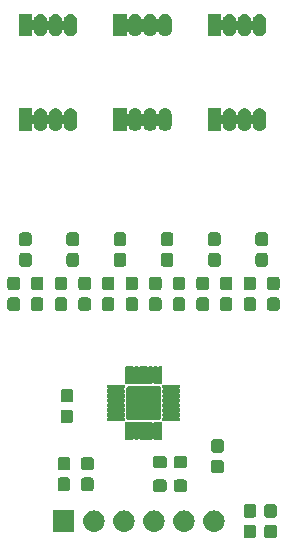
<source format=gbr>
G04 #@! TF.GenerationSoftware,KiCad,Pcbnew,(5.1.4)-1*
G04 #@! TF.CreationDate,2021-05-12T10:10:47-04:00*
G04 #@! TF.ProjectId,QAZ_IS31FL3746A_breakoutboard,51415a5f-4953-4333-9146-4c3337343641,rev?*
G04 #@! TF.SameCoordinates,Original*
G04 #@! TF.FileFunction,Soldermask,Top*
G04 #@! TF.FilePolarity,Negative*
%FSLAX46Y46*%
G04 Gerber Fmt 4.6, Leading zero omitted, Abs format (unit mm)*
G04 Created by KiCad (PCBNEW (5.1.4)-1) date 2021-05-12 10:10:47*
%MOMM*%
%LPD*%
G04 APERTURE LIST*
%ADD10C,0.100000*%
G04 APERTURE END LIST*
D10*
G36*
X150584464Y-76304006D02*
G01*
X150629004Y-76317517D01*
X150670046Y-76339455D01*
X150706021Y-76368979D01*
X150735545Y-76404954D01*
X150757483Y-76445996D01*
X150770994Y-76490536D01*
X150775800Y-76539333D01*
X150775800Y-77210667D01*
X150770994Y-77259464D01*
X150757483Y-77304004D01*
X150735545Y-77345046D01*
X150706021Y-77381021D01*
X150670046Y-77410545D01*
X150629004Y-77432483D01*
X150584464Y-77445994D01*
X150535667Y-77450800D01*
X149964333Y-77450800D01*
X149915536Y-77445994D01*
X149870996Y-77432483D01*
X149829954Y-77410545D01*
X149793979Y-77381021D01*
X149764455Y-77345046D01*
X149742517Y-77304004D01*
X149729006Y-77259464D01*
X149724200Y-77210667D01*
X149724200Y-76539333D01*
X149729006Y-76490536D01*
X149742517Y-76445996D01*
X149764455Y-76404954D01*
X149793979Y-76368979D01*
X149829954Y-76339455D01*
X149870996Y-76317517D01*
X149915536Y-76304006D01*
X149964333Y-76299200D01*
X150535667Y-76299200D01*
X150584464Y-76304006D01*
X150584464Y-76304006D01*
G37*
G36*
X148834464Y-76304006D02*
G01*
X148879004Y-76317517D01*
X148920046Y-76339455D01*
X148956021Y-76368979D01*
X148985545Y-76404954D01*
X149007483Y-76445996D01*
X149020994Y-76490536D01*
X149025800Y-76539333D01*
X149025800Y-77210667D01*
X149020994Y-77259464D01*
X149007483Y-77304004D01*
X148985545Y-77345046D01*
X148956021Y-77381021D01*
X148920046Y-77410545D01*
X148879004Y-77432483D01*
X148834464Y-77445994D01*
X148785667Y-77450800D01*
X148214333Y-77450800D01*
X148165536Y-77445994D01*
X148120996Y-77432483D01*
X148079954Y-77410545D01*
X148043979Y-77381021D01*
X148014455Y-77345046D01*
X147992517Y-77304004D01*
X147979006Y-77259464D01*
X147974200Y-77210667D01*
X147974200Y-76539333D01*
X147979006Y-76490536D01*
X147992517Y-76445996D01*
X148014455Y-76404954D01*
X148043979Y-76368979D01*
X148079954Y-76339455D01*
X148120996Y-76317517D01*
X148165536Y-76304006D01*
X148214333Y-76299200D01*
X148785667Y-76299200D01*
X148834464Y-76304006D01*
X148834464Y-76304006D01*
G37*
G36*
X145626588Y-75112234D02*
G01*
X145796389Y-75163743D01*
X145952879Y-75247389D01*
X146090043Y-75359957D01*
X146202611Y-75497121D01*
X146286257Y-75653611D01*
X146337766Y-75823412D01*
X146355158Y-76000000D01*
X146337766Y-76176588D01*
X146286257Y-76346389D01*
X146202611Y-76502879D01*
X146090043Y-76640043D01*
X145952879Y-76752611D01*
X145796389Y-76836257D01*
X145626588Y-76887766D01*
X145494249Y-76900800D01*
X145405751Y-76900800D01*
X145273412Y-76887766D01*
X145103611Y-76836257D01*
X144947121Y-76752611D01*
X144809957Y-76640043D01*
X144697389Y-76502879D01*
X144613743Y-76346389D01*
X144562234Y-76176588D01*
X144544842Y-76000000D01*
X144562234Y-75823412D01*
X144613743Y-75653611D01*
X144697389Y-75497121D01*
X144809957Y-75359957D01*
X144947121Y-75247389D01*
X145103611Y-75163743D01*
X145273412Y-75112234D01*
X145405751Y-75099200D01*
X145494249Y-75099200D01*
X145626588Y-75112234D01*
X145626588Y-75112234D01*
G37*
G36*
X143086588Y-75112234D02*
G01*
X143256389Y-75163743D01*
X143412879Y-75247389D01*
X143550043Y-75359957D01*
X143662611Y-75497121D01*
X143746257Y-75653611D01*
X143797766Y-75823412D01*
X143815158Y-76000000D01*
X143797766Y-76176588D01*
X143746257Y-76346389D01*
X143662611Y-76502879D01*
X143550043Y-76640043D01*
X143412879Y-76752611D01*
X143256389Y-76836257D01*
X143086588Y-76887766D01*
X142954249Y-76900800D01*
X142865751Y-76900800D01*
X142733412Y-76887766D01*
X142563611Y-76836257D01*
X142407121Y-76752611D01*
X142269957Y-76640043D01*
X142157389Y-76502879D01*
X142073743Y-76346389D01*
X142022234Y-76176588D01*
X142004842Y-76000000D01*
X142022234Y-75823412D01*
X142073743Y-75653611D01*
X142157389Y-75497121D01*
X142269957Y-75359957D01*
X142407121Y-75247389D01*
X142563611Y-75163743D01*
X142733412Y-75112234D01*
X142865751Y-75099200D01*
X142954249Y-75099200D01*
X143086588Y-75112234D01*
X143086588Y-75112234D01*
G37*
G36*
X140546588Y-75112234D02*
G01*
X140716389Y-75163743D01*
X140872879Y-75247389D01*
X141010043Y-75359957D01*
X141122611Y-75497121D01*
X141206257Y-75653611D01*
X141257766Y-75823412D01*
X141275158Y-76000000D01*
X141257766Y-76176588D01*
X141206257Y-76346389D01*
X141122611Y-76502879D01*
X141010043Y-76640043D01*
X140872879Y-76752611D01*
X140716389Y-76836257D01*
X140546588Y-76887766D01*
X140414249Y-76900800D01*
X140325751Y-76900800D01*
X140193412Y-76887766D01*
X140023611Y-76836257D01*
X139867121Y-76752611D01*
X139729957Y-76640043D01*
X139617389Y-76502879D01*
X139533743Y-76346389D01*
X139482234Y-76176588D01*
X139464842Y-76000000D01*
X139482234Y-75823412D01*
X139533743Y-75653611D01*
X139617389Y-75497121D01*
X139729957Y-75359957D01*
X139867121Y-75247389D01*
X140023611Y-75163743D01*
X140193412Y-75112234D01*
X140325751Y-75099200D01*
X140414249Y-75099200D01*
X140546588Y-75112234D01*
X140546588Y-75112234D01*
G37*
G36*
X138006588Y-75112234D02*
G01*
X138176389Y-75163743D01*
X138332879Y-75247389D01*
X138470043Y-75359957D01*
X138582611Y-75497121D01*
X138666257Y-75653611D01*
X138717766Y-75823412D01*
X138735158Y-76000000D01*
X138717766Y-76176588D01*
X138666257Y-76346389D01*
X138582611Y-76502879D01*
X138470043Y-76640043D01*
X138332879Y-76752611D01*
X138176389Y-76836257D01*
X138006588Y-76887766D01*
X137874249Y-76900800D01*
X137785751Y-76900800D01*
X137653412Y-76887766D01*
X137483611Y-76836257D01*
X137327121Y-76752611D01*
X137189957Y-76640043D01*
X137077389Y-76502879D01*
X136993743Y-76346389D01*
X136942234Y-76176588D01*
X136924842Y-76000000D01*
X136942234Y-75823412D01*
X136993743Y-75653611D01*
X137077389Y-75497121D01*
X137189957Y-75359957D01*
X137327121Y-75247389D01*
X137483611Y-75163743D01*
X137653412Y-75112234D01*
X137785751Y-75099200D01*
X137874249Y-75099200D01*
X138006588Y-75112234D01*
X138006588Y-75112234D01*
G37*
G36*
X135466588Y-75112234D02*
G01*
X135636389Y-75163743D01*
X135792879Y-75247389D01*
X135930043Y-75359957D01*
X136042611Y-75497121D01*
X136126257Y-75653611D01*
X136177766Y-75823412D01*
X136195158Y-76000000D01*
X136177766Y-76176588D01*
X136126257Y-76346389D01*
X136042611Y-76502879D01*
X135930043Y-76640043D01*
X135792879Y-76752611D01*
X135636389Y-76836257D01*
X135466588Y-76887766D01*
X135334249Y-76900800D01*
X135245751Y-76900800D01*
X135113412Y-76887766D01*
X134943611Y-76836257D01*
X134787121Y-76752611D01*
X134649957Y-76640043D01*
X134537389Y-76502879D01*
X134453743Y-76346389D01*
X134402234Y-76176588D01*
X134384842Y-76000000D01*
X134402234Y-75823412D01*
X134453743Y-75653611D01*
X134537389Y-75497121D01*
X134649957Y-75359957D01*
X134787121Y-75247389D01*
X134943611Y-75163743D01*
X135113412Y-75112234D01*
X135245751Y-75099200D01*
X135334249Y-75099200D01*
X135466588Y-75112234D01*
X135466588Y-75112234D01*
G37*
G36*
X133650800Y-76900800D02*
G01*
X131849200Y-76900800D01*
X131849200Y-75099200D01*
X133650800Y-75099200D01*
X133650800Y-76900800D01*
X133650800Y-76900800D01*
G37*
G36*
X148834464Y-74554006D02*
G01*
X148879004Y-74567517D01*
X148920046Y-74589455D01*
X148956021Y-74618979D01*
X148985545Y-74654954D01*
X149007483Y-74695996D01*
X149020994Y-74740536D01*
X149025800Y-74789333D01*
X149025800Y-75460667D01*
X149020994Y-75509464D01*
X149007483Y-75554004D01*
X148985545Y-75595046D01*
X148956021Y-75631021D01*
X148920046Y-75660545D01*
X148879004Y-75682483D01*
X148834464Y-75695994D01*
X148785667Y-75700800D01*
X148214333Y-75700800D01*
X148165536Y-75695994D01*
X148120996Y-75682483D01*
X148079954Y-75660545D01*
X148043979Y-75631021D01*
X148014455Y-75595046D01*
X147992517Y-75554004D01*
X147979006Y-75509464D01*
X147974200Y-75460667D01*
X147974200Y-74789333D01*
X147979006Y-74740536D01*
X147992517Y-74695996D01*
X148014455Y-74654954D01*
X148043979Y-74618979D01*
X148079954Y-74589455D01*
X148120996Y-74567517D01*
X148165536Y-74554006D01*
X148214333Y-74549200D01*
X148785667Y-74549200D01*
X148834464Y-74554006D01*
X148834464Y-74554006D01*
G37*
G36*
X150584464Y-74554006D02*
G01*
X150629004Y-74567517D01*
X150670046Y-74589455D01*
X150706021Y-74618979D01*
X150735545Y-74654954D01*
X150757483Y-74695996D01*
X150770994Y-74740536D01*
X150775800Y-74789333D01*
X150775800Y-75460667D01*
X150770994Y-75509464D01*
X150757483Y-75554004D01*
X150735545Y-75595046D01*
X150706021Y-75631021D01*
X150670046Y-75660545D01*
X150629004Y-75682483D01*
X150584464Y-75695994D01*
X150535667Y-75700800D01*
X149964333Y-75700800D01*
X149915536Y-75695994D01*
X149870996Y-75682483D01*
X149829954Y-75660545D01*
X149793979Y-75631021D01*
X149764455Y-75595046D01*
X149742517Y-75554004D01*
X149729006Y-75509464D01*
X149724200Y-75460667D01*
X149724200Y-74789333D01*
X149729006Y-74740536D01*
X149742517Y-74695996D01*
X149764455Y-74654954D01*
X149793979Y-74618979D01*
X149829954Y-74589455D01*
X149870996Y-74567517D01*
X149915536Y-74554006D01*
X149964333Y-74549200D01*
X150535667Y-74549200D01*
X150584464Y-74554006D01*
X150584464Y-74554006D01*
G37*
G36*
X143009464Y-72479006D02*
G01*
X143054004Y-72492517D01*
X143095046Y-72514455D01*
X143131021Y-72543979D01*
X143160545Y-72579954D01*
X143182483Y-72620996D01*
X143195994Y-72665536D01*
X143200800Y-72714333D01*
X143200800Y-73285667D01*
X143195994Y-73334464D01*
X143182483Y-73379004D01*
X143160545Y-73420046D01*
X143131021Y-73456021D01*
X143095046Y-73485545D01*
X143054004Y-73507483D01*
X143009464Y-73520994D01*
X142960667Y-73525800D01*
X142289333Y-73525800D01*
X142240536Y-73520994D01*
X142195996Y-73507483D01*
X142154954Y-73485545D01*
X142118979Y-73456021D01*
X142089455Y-73420046D01*
X142067517Y-73379004D01*
X142054006Y-73334464D01*
X142049200Y-73285667D01*
X142049200Y-72714333D01*
X142054006Y-72665536D01*
X142067517Y-72620996D01*
X142089455Y-72579954D01*
X142118979Y-72543979D01*
X142154954Y-72514455D01*
X142195996Y-72492517D01*
X142240536Y-72479006D01*
X142289333Y-72474200D01*
X142960667Y-72474200D01*
X143009464Y-72479006D01*
X143009464Y-72479006D01*
G37*
G36*
X141259464Y-72479006D02*
G01*
X141304004Y-72492517D01*
X141345046Y-72514455D01*
X141381021Y-72543979D01*
X141410545Y-72579954D01*
X141432483Y-72620996D01*
X141445994Y-72665536D01*
X141450800Y-72714333D01*
X141450800Y-73285667D01*
X141445994Y-73334464D01*
X141432483Y-73379004D01*
X141410545Y-73420046D01*
X141381021Y-73456021D01*
X141345046Y-73485545D01*
X141304004Y-73507483D01*
X141259464Y-73520994D01*
X141210667Y-73525800D01*
X140539333Y-73525800D01*
X140490536Y-73520994D01*
X140445996Y-73507483D01*
X140404954Y-73485545D01*
X140368979Y-73456021D01*
X140339455Y-73420046D01*
X140317517Y-73379004D01*
X140304006Y-73334464D01*
X140299200Y-73285667D01*
X140299200Y-72714333D01*
X140304006Y-72665536D01*
X140317517Y-72620996D01*
X140339455Y-72579954D01*
X140368979Y-72543979D01*
X140404954Y-72514455D01*
X140445996Y-72492517D01*
X140490536Y-72479006D01*
X140539333Y-72474200D01*
X141210667Y-72474200D01*
X141259464Y-72479006D01*
X141259464Y-72479006D01*
G37*
G36*
X135084464Y-72304006D02*
G01*
X135129004Y-72317517D01*
X135170046Y-72339455D01*
X135206021Y-72368979D01*
X135235545Y-72404954D01*
X135257483Y-72445996D01*
X135270994Y-72490536D01*
X135275800Y-72539333D01*
X135275800Y-73210667D01*
X135270994Y-73259464D01*
X135257483Y-73304004D01*
X135235545Y-73345046D01*
X135206021Y-73381021D01*
X135170046Y-73410545D01*
X135129004Y-73432483D01*
X135084464Y-73445994D01*
X135035667Y-73450800D01*
X134464333Y-73450800D01*
X134415536Y-73445994D01*
X134370996Y-73432483D01*
X134329954Y-73410545D01*
X134293979Y-73381021D01*
X134264455Y-73345046D01*
X134242517Y-73304004D01*
X134229006Y-73259464D01*
X134224200Y-73210667D01*
X134224200Y-72539333D01*
X134229006Y-72490536D01*
X134242517Y-72445996D01*
X134264455Y-72404954D01*
X134293979Y-72368979D01*
X134329954Y-72339455D01*
X134370996Y-72317517D01*
X134415536Y-72304006D01*
X134464333Y-72299200D01*
X135035667Y-72299200D01*
X135084464Y-72304006D01*
X135084464Y-72304006D01*
G37*
G36*
X133084464Y-72304006D02*
G01*
X133129004Y-72317517D01*
X133170046Y-72339455D01*
X133206021Y-72368979D01*
X133235545Y-72404954D01*
X133257483Y-72445996D01*
X133270994Y-72490536D01*
X133275800Y-72539333D01*
X133275800Y-73210667D01*
X133270994Y-73259464D01*
X133257483Y-73304004D01*
X133235545Y-73345046D01*
X133206021Y-73381021D01*
X133170046Y-73410545D01*
X133129004Y-73432483D01*
X133084464Y-73445994D01*
X133035667Y-73450800D01*
X132464333Y-73450800D01*
X132415536Y-73445994D01*
X132370996Y-73432483D01*
X132329954Y-73410545D01*
X132293979Y-73381021D01*
X132264455Y-73345046D01*
X132242517Y-73304004D01*
X132229006Y-73259464D01*
X132224200Y-73210667D01*
X132224200Y-72539333D01*
X132229006Y-72490536D01*
X132242517Y-72445996D01*
X132264455Y-72404954D01*
X132293979Y-72368979D01*
X132329954Y-72339455D01*
X132370996Y-72317517D01*
X132415536Y-72304006D01*
X132464333Y-72299200D01*
X133035667Y-72299200D01*
X133084464Y-72304006D01*
X133084464Y-72304006D01*
G37*
G36*
X146084464Y-70804006D02*
G01*
X146129004Y-70817517D01*
X146170046Y-70839455D01*
X146206021Y-70868979D01*
X146235545Y-70904954D01*
X146257483Y-70945996D01*
X146270994Y-70990536D01*
X146275800Y-71039333D01*
X146275800Y-71710667D01*
X146270994Y-71759464D01*
X146257483Y-71804004D01*
X146235545Y-71845046D01*
X146206021Y-71881021D01*
X146170046Y-71910545D01*
X146129004Y-71932483D01*
X146084464Y-71945994D01*
X146035667Y-71950800D01*
X145464333Y-71950800D01*
X145415536Y-71945994D01*
X145370996Y-71932483D01*
X145329954Y-71910545D01*
X145293979Y-71881021D01*
X145264455Y-71845046D01*
X145242517Y-71804004D01*
X145229006Y-71759464D01*
X145224200Y-71710667D01*
X145224200Y-71039333D01*
X145229006Y-70990536D01*
X145242517Y-70945996D01*
X145264455Y-70904954D01*
X145293979Y-70868979D01*
X145329954Y-70839455D01*
X145370996Y-70817517D01*
X145415536Y-70804006D01*
X145464333Y-70799200D01*
X146035667Y-70799200D01*
X146084464Y-70804006D01*
X146084464Y-70804006D01*
G37*
G36*
X135084464Y-70554006D02*
G01*
X135129004Y-70567517D01*
X135170046Y-70589455D01*
X135206021Y-70618979D01*
X135235545Y-70654954D01*
X135257483Y-70695996D01*
X135270994Y-70740536D01*
X135275800Y-70789333D01*
X135275800Y-71460667D01*
X135270994Y-71509464D01*
X135257483Y-71554004D01*
X135235545Y-71595046D01*
X135206021Y-71631021D01*
X135170046Y-71660545D01*
X135129004Y-71682483D01*
X135084464Y-71695994D01*
X135035667Y-71700800D01*
X134464333Y-71700800D01*
X134415536Y-71695994D01*
X134370996Y-71682483D01*
X134329954Y-71660545D01*
X134293979Y-71631021D01*
X134264455Y-71595046D01*
X134242517Y-71554004D01*
X134229006Y-71509464D01*
X134224200Y-71460667D01*
X134224200Y-70789333D01*
X134229006Y-70740536D01*
X134242517Y-70695996D01*
X134264455Y-70654954D01*
X134293979Y-70618979D01*
X134329954Y-70589455D01*
X134370996Y-70567517D01*
X134415536Y-70554006D01*
X134464333Y-70549200D01*
X135035667Y-70549200D01*
X135084464Y-70554006D01*
X135084464Y-70554006D01*
G37*
G36*
X133084464Y-70554006D02*
G01*
X133129004Y-70567517D01*
X133170046Y-70589455D01*
X133206021Y-70618979D01*
X133235545Y-70654954D01*
X133257483Y-70695996D01*
X133270994Y-70740536D01*
X133275800Y-70789333D01*
X133275800Y-71460667D01*
X133270994Y-71509464D01*
X133257483Y-71554004D01*
X133235545Y-71595046D01*
X133206021Y-71631021D01*
X133170046Y-71660545D01*
X133129004Y-71682483D01*
X133084464Y-71695994D01*
X133035667Y-71700800D01*
X132464333Y-71700800D01*
X132415536Y-71695994D01*
X132370996Y-71682483D01*
X132329954Y-71660545D01*
X132293979Y-71631021D01*
X132264455Y-71595046D01*
X132242517Y-71554004D01*
X132229006Y-71509464D01*
X132224200Y-71460667D01*
X132224200Y-70789333D01*
X132229006Y-70740536D01*
X132242517Y-70695996D01*
X132264455Y-70654954D01*
X132293979Y-70618979D01*
X132329954Y-70589455D01*
X132370996Y-70567517D01*
X132415536Y-70554006D01*
X132464333Y-70549200D01*
X133035667Y-70549200D01*
X133084464Y-70554006D01*
X133084464Y-70554006D01*
G37*
G36*
X143009464Y-70479006D02*
G01*
X143054004Y-70492517D01*
X143095046Y-70514455D01*
X143131021Y-70543979D01*
X143160545Y-70579954D01*
X143182483Y-70620996D01*
X143195994Y-70665536D01*
X143200800Y-70714333D01*
X143200800Y-71285667D01*
X143195994Y-71334464D01*
X143182483Y-71379004D01*
X143160545Y-71420046D01*
X143131021Y-71456021D01*
X143095046Y-71485545D01*
X143054004Y-71507483D01*
X143009464Y-71520994D01*
X142960667Y-71525800D01*
X142289333Y-71525800D01*
X142240536Y-71520994D01*
X142195996Y-71507483D01*
X142154954Y-71485545D01*
X142118979Y-71456021D01*
X142089455Y-71420046D01*
X142067517Y-71379004D01*
X142054006Y-71334464D01*
X142049200Y-71285667D01*
X142049200Y-70714333D01*
X142054006Y-70665536D01*
X142067517Y-70620996D01*
X142089455Y-70579954D01*
X142118979Y-70543979D01*
X142154954Y-70514455D01*
X142195996Y-70492517D01*
X142240536Y-70479006D01*
X142289333Y-70474200D01*
X142960667Y-70474200D01*
X143009464Y-70479006D01*
X143009464Y-70479006D01*
G37*
G36*
X141259464Y-70479006D02*
G01*
X141304004Y-70492517D01*
X141345046Y-70514455D01*
X141381021Y-70543979D01*
X141410545Y-70579954D01*
X141432483Y-70620996D01*
X141445994Y-70665536D01*
X141450800Y-70714333D01*
X141450800Y-71285667D01*
X141445994Y-71334464D01*
X141432483Y-71379004D01*
X141410545Y-71420046D01*
X141381021Y-71456021D01*
X141345046Y-71485545D01*
X141304004Y-71507483D01*
X141259464Y-71520994D01*
X141210667Y-71525800D01*
X140539333Y-71525800D01*
X140490536Y-71520994D01*
X140445996Y-71507483D01*
X140404954Y-71485545D01*
X140368979Y-71456021D01*
X140339455Y-71420046D01*
X140317517Y-71379004D01*
X140304006Y-71334464D01*
X140299200Y-71285667D01*
X140299200Y-70714333D01*
X140304006Y-70665536D01*
X140317517Y-70620996D01*
X140339455Y-70579954D01*
X140368979Y-70543979D01*
X140404954Y-70514455D01*
X140445996Y-70492517D01*
X140490536Y-70479006D01*
X140539333Y-70474200D01*
X141210667Y-70474200D01*
X141259464Y-70479006D01*
X141259464Y-70479006D01*
G37*
G36*
X146084464Y-69054006D02*
G01*
X146129004Y-69067517D01*
X146170046Y-69089455D01*
X146206021Y-69118979D01*
X146235545Y-69154954D01*
X146257483Y-69195996D01*
X146270994Y-69240536D01*
X146275800Y-69289333D01*
X146275800Y-69960667D01*
X146270994Y-70009464D01*
X146257483Y-70054004D01*
X146235545Y-70095046D01*
X146206021Y-70131021D01*
X146170046Y-70160545D01*
X146129004Y-70182483D01*
X146084464Y-70195994D01*
X146035667Y-70200800D01*
X145464333Y-70200800D01*
X145415536Y-70195994D01*
X145370996Y-70182483D01*
X145329954Y-70160545D01*
X145293979Y-70131021D01*
X145264455Y-70095046D01*
X145242517Y-70054004D01*
X145229006Y-70009464D01*
X145224200Y-69960667D01*
X145224200Y-69289333D01*
X145229006Y-69240536D01*
X145242517Y-69195996D01*
X145264455Y-69154954D01*
X145293979Y-69118979D01*
X145329954Y-69089455D01*
X145370996Y-69067517D01*
X145415536Y-69054006D01*
X145464333Y-69049200D01*
X146035667Y-69049200D01*
X146084464Y-69054006D01*
X146084464Y-69054006D01*
G37*
G36*
X138210387Y-67600404D02*
G01*
X138219750Y-67603244D01*
X138228377Y-67607855D01*
X138235939Y-67614061D01*
X138242145Y-67621623D01*
X138246756Y-67630250D01*
X138249596Y-67639613D01*
X138249744Y-67641111D01*
X138251676Y-67650820D01*
X138255464Y-67659966D01*
X138260964Y-67668197D01*
X138267964Y-67675197D01*
X138276195Y-67680697D01*
X138285341Y-67684486D01*
X138295050Y-67686417D01*
X138304950Y-67686417D01*
X138314659Y-67684485D01*
X138323805Y-67680697D01*
X138332036Y-67675197D01*
X138339036Y-67668197D01*
X138344536Y-67659966D01*
X138348325Y-67650820D01*
X138350256Y-67641111D01*
X138350404Y-67639613D01*
X138353244Y-67630250D01*
X138357855Y-67621623D01*
X138364061Y-67614061D01*
X138371623Y-67607855D01*
X138380250Y-67603244D01*
X138389613Y-67600404D01*
X138401833Y-67599200D01*
X138598167Y-67599200D01*
X138610387Y-67600404D01*
X138619750Y-67603244D01*
X138628377Y-67607855D01*
X138635939Y-67614061D01*
X138642145Y-67621623D01*
X138646756Y-67630250D01*
X138649596Y-67639613D01*
X138649744Y-67641111D01*
X138651676Y-67650820D01*
X138655464Y-67659966D01*
X138660964Y-67668197D01*
X138667964Y-67675197D01*
X138676195Y-67680697D01*
X138685341Y-67684486D01*
X138695050Y-67686417D01*
X138704950Y-67686417D01*
X138714659Y-67684485D01*
X138723805Y-67680697D01*
X138732036Y-67675197D01*
X138739036Y-67668197D01*
X138744536Y-67659966D01*
X138748325Y-67650820D01*
X138750256Y-67641111D01*
X138750404Y-67639613D01*
X138753244Y-67630250D01*
X138757855Y-67621623D01*
X138764061Y-67614061D01*
X138771623Y-67607855D01*
X138780250Y-67603244D01*
X138789613Y-67600404D01*
X138801833Y-67599200D01*
X138998167Y-67599200D01*
X139010387Y-67600404D01*
X139019750Y-67603244D01*
X139028377Y-67607855D01*
X139035939Y-67614061D01*
X139042145Y-67621623D01*
X139046756Y-67630250D01*
X139049596Y-67639613D01*
X139049744Y-67641111D01*
X139051676Y-67650820D01*
X139055464Y-67659966D01*
X139060964Y-67668197D01*
X139067964Y-67675197D01*
X139076195Y-67680697D01*
X139085341Y-67684486D01*
X139095050Y-67686417D01*
X139104950Y-67686417D01*
X139114659Y-67684485D01*
X139123805Y-67680697D01*
X139132036Y-67675197D01*
X139139036Y-67668197D01*
X139144536Y-67659966D01*
X139148325Y-67650820D01*
X139150256Y-67641111D01*
X139150404Y-67639613D01*
X139153244Y-67630250D01*
X139157855Y-67621623D01*
X139164061Y-67614061D01*
X139171623Y-67607855D01*
X139180250Y-67603244D01*
X139189613Y-67600404D01*
X139201833Y-67599200D01*
X139398167Y-67599200D01*
X139410387Y-67600404D01*
X139419750Y-67603244D01*
X139428377Y-67607855D01*
X139435939Y-67614061D01*
X139442145Y-67621623D01*
X139446756Y-67630250D01*
X139449596Y-67639613D01*
X139449744Y-67641111D01*
X139451676Y-67650820D01*
X139455464Y-67659966D01*
X139460964Y-67668197D01*
X139467964Y-67675197D01*
X139476195Y-67680697D01*
X139485341Y-67684486D01*
X139495050Y-67686417D01*
X139504950Y-67686417D01*
X139514659Y-67684485D01*
X139523805Y-67680697D01*
X139532036Y-67675197D01*
X139539036Y-67668197D01*
X139544536Y-67659966D01*
X139548325Y-67650820D01*
X139550256Y-67641111D01*
X139550404Y-67639613D01*
X139553244Y-67630250D01*
X139557855Y-67621623D01*
X139564061Y-67614061D01*
X139571623Y-67607855D01*
X139580250Y-67603244D01*
X139589613Y-67600404D01*
X139601833Y-67599200D01*
X139798167Y-67599200D01*
X139810387Y-67600404D01*
X139819750Y-67603244D01*
X139828377Y-67607855D01*
X139835939Y-67614061D01*
X139842145Y-67621623D01*
X139846756Y-67630250D01*
X139849596Y-67639613D01*
X139849744Y-67641111D01*
X139851676Y-67650820D01*
X139855464Y-67659966D01*
X139860964Y-67668197D01*
X139867964Y-67675197D01*
X139876195Y-67680697D01*
X139885341Y-67684486D01*
X139895050Y-67686417D01*
X139904950Y-67686417D01*
X139914659Y-67684485D01*
X139923805Y-67680697D01*
X139932036Y-67675197D01*
X139939036Y-67668197D01*
X139944536Y-67659966D01*
X139948325Y-67650820D01*
X139950256Y-67641111D01*
X139950404Y-67639613D01*
X139953244Y-67630250D01*
X139957855Y-67621623D01*
X139964061Y-67614061D01*
X139971623Y-67607855D01*
X139980250Y-67603244D01*
X139989613Y-67600404D01*
X140001833Y-67599200D01*
X140198167Y-67599200D01*
X140210387Y-67600404D01*
X140219750Y-67603244D01*
X140228377Y-67607855D01*
X140235939Y-67614061D01*
X140242145Y-67621623D01*
X140246756Y-67630250D01*
X140249596Y-67639613D01*
X140249744Y-67641111D01*
X140251676Y-67650820D01*
X140255464Y-67659966D01*
X140260964Y-67668197D01*
X140267964Y-67675197D01*
X140276195Y-67680697D01*
X140285341Y-67684486D01*
X140295050Y-67686417D01*
X140304950Y-67686417D01*
X140314659Y-67684485D01*
X140323805Y-67680697D01*
X140332036Y-67675197D01*
X140339036Y-67668197D01*
X140344536Y-67659966D01*
X140348325Y-67650820D01*
X140350256Y-67641111D01*
X140350404Y-67639613D01*
X140353244Y-67630250D01*
X140357855Y-67621623D01*
X140364061Y-67614061D01*
X140371623Y-67607855D01*
X140380250Y-67603244D01*
X140389613Y-67600404D01*
X140401833Y-67599200D01*
X140598167Y-67599200D01*
X140610387Y-67600404D01*
X140619750Y-67603244D01*
X140628377Y-67607855D01*
X140635939Y-67614061D01*
X140642145Y-67621623D01*
X140646756Y-67630250D01*
X140649596Y-67639613D01*
X140649744Y-67641111D01*
X140651676Y-67650820D01*
X140655464Y-67659966D01*
X140660964Y-67668197D01*
X140667964Y-67675197D01*
X140676195Y-67680697D01*
X140685341Y-67684486D01*
X140695050Y-67686417D01*
X140704950Y-67686417D01*
X140714659Y-67684485D01*
X140723805Y-67680697D01*
X140732036Y-67675197D01*
X140739036Y-67668197D01*
X140744536Y-67659966D01*
X140748325Y-67650820D01*
X140750256Y-67641111D01*
X140750404Y-67639613D01*
X140753244Y-67630250D01*
X140757855Y-67621623D01*
X140764061Y-67614061D01*
X140771623Y-67607855D01*
X140780250Y-67603244D01*
X140789613Y-67600404D01*
X140801833Y-67599200D01*
X140998167Y-67599200D01*
X141010387Y-67600404D01*
X141019750Y-67603244D01*
X141028377Y-67607855D01*
X141035939Y-67614061D01*
X141042145Y-67621623D01*
X141046756Y-67630250D01*
X141049596Y-67639613D01*
X141050800Y-67651833D01*
X141050800Y-69048167D01*
X141049596Y-69060387D01*
X141046756Y-69069750D01*
X141042145Y-69078377D01*
X141035939Y-69085939D01*
X141028377Y-69092145D01*
X141019750Y-69096756D01*
X141010387Y-69099596D01*
X140998167Y-69100800D01*
X140801833Y-69100800D01*
X140789613Y-69099596D01*
X140780250Y-69096756D01*
X140771623Y-69092145D01*
X140764061Y-69085939D01*
X140757855Y-69078377D01*
X140753244Y-69069750D01*
X140750404Y-69060387D01*
X140750256Y-69058889D01*
X140748324Y-69049180D01*
X140744536Y-69040034D01*
X140739036Y-69031803D01*
X140732036Y-69024803D01*
X140723805Y-69019303D01*
X140714659Y-69015514D01*
X140704950Y-69013583D01*
X140695050Y-69013583D01*
X140685341Y-69015515D01*
X140676195Y-69019303D01*
X140667964Y-69024803D01*
X140660964Y-69031803D01*
X140655464Y-69040034D01*
X140651675Y-69049180D01*
X140649744Y-69058889D01*
X140649596Y-69060387D01*
X140646756Y-69069750D01*
X140642145Y-69078377D01*
X140635939Y-69085939D01*
X140628377Y-69092145D01*
X140619750Y-69096756D01*
X140610387Y-69099596D01*
X140598167Y-69100800D01*
X140401833Y-69100800D01*
X140389613Y-69099596D01*
X140380250Y-69096756D01*
X140371623Y-69092145D01*
X140364061Y-69085939D01*
X140357855Y-69078377D01*
X140353244Y-69069750D01*
X140350404Y-69060387D01*
X140350256Y-69058889D01*
X140348324Y-69049180D01*
X140344536Y-69040034D01*
X140339036Y-69031803D01*
X140332036Y-69024803D01*
X140323805Y-69019303D01*
X140314659Y-69015514D01*
X140304950Y-69013583D01*
X140295050Y-69013583D01*
X140285341Y-69015515D01*
X140276195Y-69019303D01*
X140267964Y-69024803D01*
X140260964Y-69031803D01*
X140255464Y-69040034D01*
X140251675Y-69049180D01*
X140249744Y-69058889D01*
X140249596Y-69060387D01*
X140246756Y-69069750D01*
X140242145Y-69078377D01*
X140235939Y-69085939D01*
X140228377Y-69092145D01*
X140219750Y-69096756D01*
X140210387Y-69099596D01*
X140198167Y-69100800D01*
X140001833Y-69100800D01*
X139989613Y-69099596D01*
X139980250Y-69096756D01*
X139971623Y-69092145D01*
X139964061Y-69085939D01*
X139957855Y-69078377D01*
X139953244Y-69069750D01*
X139950404Y-69060387D01*
X139950256Y-69058889D01*
X139948324Y-69049180D01*
X139944536Y-69040034D01*
X139939036Y-69031803D01*
X139932036Y-69024803D01*
X139923805Y-69019303D01*
X139914659Y-69015514D01*
X139904950Y-69013583D01*
X139895050Y-69013583D01*
X139885341Y-69015515D01*
X139876195Y-69019303D01*
X139867964Y-69024803D01*
X139860964Y-69031803D01*
X139855464Y-69040034D01*
X139851675Y-69049180D01*
X139849744Y-69058889D01*
X139849596Y-69060387D01*
X139846756Y-69069750D01*
X139842145Y-69078377D01*
X139835939Y-69085939D01*
X139828377Y-69092145D01*
X139819750Y-69096756D01*
X139810387Y-69099596D01*
X139798167Y-69100800D01*
X139601833Y-69100800D01*
X139589613Y-69099596D01*
X139580250Y-69096756D01*
X139571623Y-69092145D01*
X139564061Y-69085939D01*
X139557855Y-69078377D01*
X139553244Y-69069750D01*
X139550404Y-69060387D01*
X139550256Y-69058889D01*
X139548324Y-69049180D01*
X139544536Y-69040034D01*
X139539036Y-69031803D01*
X139532036Y-69024803D01*
X139523805Y-69019303D01*
X139514659Y-69015514D01*
X139504950Y-69013583D01*
X139495050Y-69013583D01*
X139485341Y-69015515D01*
X139476195Y-69019303D01*
X139467964Y-69024803D01*
X139460964Y-69031803D01*
X139455464Y-69040034D01*
X139451675Y-69049180D01*
X139449744Y-69058889D01*
X139449596Y-69060387D01*
X139446756Y-69069750D01*
X139442145Y-69078377D01*
X139435939Y-69085939D01*
X139428377Y-69092145D01*
X139419750Y-69096756D01*
X139410387Y-69099596D01*
X139398167Y-69100800D01*
X139201833Y-69100800D01*
X139189613Y-69099596D01*
X139180250Y-69096756D01*
X139171623Y-69092145D01*
X139164061Y-69085939D01*
X139157855Y-69078377D01*
X139153244Y-69069750D01*
X139150404Y-69060387D01*
X139150256Y-69058889D01*
X139148324Y-69049180D01*
X139144536Y-69040034D01*
X139139036Y-69031803D01*
X139132036Y-69024803D01*
X139123805Y-69019303D01*
X139114659Y-69015514D01*
X139104950Y-69013583D01*
X139095050Y-69013583D01*
X139085341Y-69015515D01*
X139076195Y-69019303D01*
X139067964Y-69024803D01*
X139060964Y-69031803D01*
X139055464Y-69040034D01*
X139051675Y-69049180D01*
X139049744Y-69058889D01*
X139049596Y-69060387D01*
X139046756Y-69069750D01*
X139042145Y-69078377D01*
X139035939Y-69085939D01*
X139028377Y-69092145D01*
X139019750Y-69096756D01*
X139010387Y-69099596D01*
X138998167Y-69100800D01*
X138801833Y-69100800D01*
X138789613Y-69099596D01*
X138780250Y-69096756D01*
X138771623Y-69092145D01*
X138764061Y-69085939D01*
X138757855Y-69078377D01*
X138753244Y-69069750D01*
X138750404Y-69060387D01*
X138750256Y-69058889D01*
X138748324Y-69049180D01*
X138744536Y-69040034D01*
X138739036Y-69031803D01*
X138732036Y-69024803D01*
X138723805Y-69019303D01*
X138714659Y-69015514D01*
X138704950Y-69013583D01*
X138695050Y-69013583D01*
X138685341Y-69015515D01*
X138676195Y-69019303D01*
X138667964Y-69024803D01*
X138660964Y-69031803D01*
X138655464Y-69040034D01*
X138651675Y-69049180D01*
X138649744Y-69058889D01*
X138649596Y-69060387D01*
X138646756Y-69069750D01*
X138642145Y-69078377D01*
X138635939Y-69085939D01*
X138628377Y-69092145D01*
X138619750Y-69096756D01*
X138610387Y-69099596D01*
X138598167Y-69100800D01*
X138401833Y-69100800D01*
X138389613Y-69099596D01*
X138380250Y-69096756D01*
X138371623Y-69092145D01*
X138364061Y-69085939D01*
X138357855Y-69078377D01*
X138353244Y-69069750D01*
X138350404Y-69060387D01*
X138350256Y-69058889D01*
X138348324Y-69049180D01*
X138344536Y-69040034D01*
X138339036Y-69031803D01*
X138332036Y-69024803D01*
X138323805Y-69019303D01*
X138314659Y-69015514D01*
X138304950Y-69013583D01*
X138295050Y-69013583D01*
X138285341Y-69015515D01*
X138276195Y-69019303D01*
X138267964Y-69024803D01*
X138260964Y-69031803D01*
X138255464Y-69040034D01*
X138251675Y-69049180D01*
X138249744Y-69058889D01*
X138249596Y-69060387D01*
X138246756Y-69069750D01*
X138242145Y-69078377D01*
X138235939Y-69085939D01*
X138228377Y-69092145D01*
X138219750Y-69096756D01*
X138210387Y-69099596D01*
X138198167Y-69100800D01*
X138001833Y-69100800D01*
X137989613Y-69099596D01*
X137980250Y-69096756D01*
X137971623Y-69092145D01*
X137964061Y-69085939D01*
X137957855Y-69078377D01*
X137953244Y-69069750D01*
X137950404Y-69060387D01*
X137949200Y-69048167D01*
X137949200Y-67651833D01*
X137950404Y-67639613D01*
X137953244Y-67630250D01*
X137957855Y-67621623D01*
X137964061Y-67614061D01*
X137971623Y-67607855D01*
X137980250Y-67603244D01*
X137989613Y-67600404D01*
X138001833Y-67599200D01*
X138198167Y-67599200D01*
X138210387Y-67600404D01*
X138210387Y-67600404D01*
G37*
G36*
X133334464Y-66554006D02*
G01*
X133379004Y-66567517D01*
X133420046Y-66589455D01*
X133456021Y-66618979D01*
X133485545Y-66654954D01*
X133507483Y-66695996D01*
X133520994Y-66740536D01*
X133525800Y-66789333D01*
X133525800Y-67460667D01*
X133520994Y-67509464D01*
X133507483Y-67554004D01*
X133485545Y-67595046D01*
X133456021Y-67631021D01*
X133420046Y-67660545D01*
X133379004Y-67682483D01*
X133334464Y-67695994D01*
X133285667Y-67700800D01*
X132714333Y-67700800D01*
X132665536Y-67695994D01*
X132620996Y-67682483D01*
X132579954Y-67660545D01*
X132543979Y-67631021D01*
X132514455Y-67595046D01*
X132492517Y-67554004D01*
X132479006Y-67509464D01*
X132474200Y-67460667D01*
X132474200Y-66789333D01*
X132479006Y-66740536D01*
X132492517Y-66695996D01*
X132514455Y-66654954D01*
X132543979Y-66618979D01*
X132579954Y-66589455D01*
X132620996Y-66567517D01*
X132665536Y-66554006D01*
X132714333Y-66549200D01*
X133285667Y-66549200D01*
X133334464Y-66554006D01*
X133334464Y-66554006D01*
G37*
G36*
X142560387Y-64450404D02*
G01*
X142569750Y-64453244D01*
X142578377Y-64457855D01*
X142585939Y-64464061D01*
X142592145Y-64471623D01*
X142596756Y-64480250D01*
X142599596Y-64489613D01*
X142600800Y-64501833D01*
X142600800Y-64698167D01*
X142599596Y-64710387D01*
X142596756Y-64719750D01*
X142592145Y-64728377D01*
X142585939Y-64735939D01*
X142578377Y-64742145D01*
X142569750Y-64746756D01*
X142560387Y-64749596D01*
X142558889Y-64749744D01*
X142549180Y-64751676D01*
X142540034Y-64755464D01*
X142531803Y-64760964D01*
X142524803Y-64767964D01*
X142519303Y-64776195D01*
X142515514Y-64785341D01*
X142513583Y-64795050D01*
X142513583Y-64804950D01*
X142515515Y-64814659D01*
X142519303Y-64823805D01*
X142524803Y-64832036D01*
X142531803Y-64839036D01*
X142540034Y-64844536D01*
X142549180Y-64848325D01*
X142558889Y-64850256D01*
X142560387Y-64850404D01*
X142569750Y-64853244D01*
X142578377Y-64857855D01*
X142585939Y-64864061D01*
X142592145Y-64871623D01*
X142596756Y-64880250D01*
X142599596Y-64889613D01*
X142600800Y-64901833D01*
X142600800Y-65098167D01*
X142599596Y-65110387D01*
X142596756Y-65119750D01*
X142592145Y-65128377D01*
X142585939Y-65135939D01*
X142578377Y-65142145D01*
X142569750Y-65146756D01*
X142560387Y-65149596D01*
X142558889Y-65149744D01*
X142549180Y-65151676D01*
X142540034Y-65155464D01*
X142531803Y-65160964D01*
X142524803Y-65167964D01*
X142519303Y-65176195D01*
X142515514Y-65185341D01*
X142513583Y-65195050D01*
X142513583Y-65204950D01*
X142515515Y-65214659D01*
X142519303Y-65223805D01*
X142524803Y-65232036D01*
X142531803Y-65239036D01*
X142540034Y-65244536D01*
X142549180Y-65248325D01*
X142558889Y-65250256D01*
X142560387Y-65250404D01*
X142569750Y-65253244D01*
X142578377Y-65257855D01*
X142585939Y-65264061D01*
X142592145Y-65271623D01*
X142596756Y-65280250D01*
X142599596Y-65289613D01*
X142600800Y-65301833D01*
X142600800Y-65498167D01*
X142599596Y-65510387D01*
X142596756Y-65519750D01*
X142592145Y-65528377D01*
X142585939Y-65535939D01*
X142578377Y-65542145D01*
X142569750Y-65546756D01*
X142560387Y-65549596D01*
X142558889Y-65549744D01*
X142549180Y-65551676D01*
X142540034Y-65555464D01*
X142531803Y-65560964D01*
X142524803Y-65567964D01*
X142519303Y-65576195D01*
X142515514Y-65585341D01*
X142513583Y-65595050D01*
X142513583Y-65604950D01*
X142515515Y-65614659D01*
X142519303Y-65623805D01*
X142524803Y-65632036D01*
X142531803Y-65639036D01*
X142540034Y-65644536D01*
X142549180Y-65648325D01*
X142558889Y-65650256D01*
X142560387Y-65650404D01*
X142569750Y-65653244D01*
X142578377Y-65657855D01*
X142585939Y-65664061D01*
X142592145Y-65671623D01*
X142596756Y-65680250D01*
X142599596Y-65689613D01*
X142600800Y-65701833D01*
X142600800Y-65898167D01*
X142599596Y-65910387D01*
X142596756Y-65919750D01*
X142592145Y-65928377D01*
X142585939Y-65935939D01*
X142578377Y-65942145D01*
X142569750Y-65946756D01*
X142560387Y-65949596D01*
X142558889Y-65949744D01*
X142549180Y-65951676D01*
X142540034Y-65955464D01*
X142531803Y-65960964D01*
X142524803Y-65967964D01*
X142519303Y-65976195D01*
X142515514Y-65985341D01*
X142513583Y-65995050D01*
X142513583Y-66004950D01*
X142515515Y-66014659D01*
X142519303Y-66023805D01*
X142524803Y-66032036D01*
X142531803Y-66039036D01*
X142540034Y-66044536D01*
X142549180Y-66048325D01*
X142558889Y-66050256D01*
X142560387Y-66050404D01*
X142569750Y-66053244D01*
X142578377Y-66057855D01*
X142585939Y-66064061D01*
X142592145Y-66071623D01*
X142596756Y-66080250D01*
X142599596Y-66089613D01*
X142600800Y-66101833D01*
X142600800Y-66298167D01*
X142599596Y-66310387D01*
X142596756Y-66319750D01*
X142592145Y-66328377D01*
X142585939Y-66335939D01*
X142578377Y-66342145D01*
X142569750Y-66346756D01*
X142560387Y-66349596D01*
X142558889Y-66349744D01*
X142549180Y-66351676D01*
X142540034Y-66355464D01*
X142531803Y-66360964D01*
X142524803Y-66367964D01*
X142519303Y-66376195D01*
X142515514Y-66385341D01*
X142513583Y-66395050D01*
X142513583Y-66404950D01*
X142515515Y-66414659D01*
X142519303Y-66423805D01*
X142524803Y-66432036D01*
X142531803Y-66439036D01*
X142540034Y-66444536D01*
X142549180Y-66448325D01*
X142558889Y-66450256D01*
X142560387Y-66450404D01*
X142569750Y-66453244D01*
X142578377Y-66457855D01*
X142585939Y-66464061D01*
X142592145Y-66471623D01*
X142596756Y-66480250D01*
X142599596Y-66489613D01*
X142600800Y-66501833D01*
X142600800Y-66698167D01*
X142599596Y-66710387D01*
X142596756Y-66719750D01*
X142592145Y-66728377D01*
X142585939Y-66735939D01*
X142578377Y-66742145D01*
X142569750Y-66746756D01*
X142560387Y-66749596D01*
X142558889Y-66749744D01*
X142549180Y-66751676D01*
X142540034Y-66755464D01*
X142531803Y-66760964D01*
X142524803Y-66767964D01*
X142519303Y-66776195D01*
X142515514Y-66785341D01*
X142513583Y-66795050D01*
X142513583Y-66804950D01*
X142515515Y-66814659D01*
X142519303Y-66823805D01*
X142524803Y-66832036D01*
X142531803Y-66839036D01*
X142540034Y-66844536D01*
X142549180Y-66848325D01*
X142558889Y-66850256D01*
X142560387Y-66850404D01*
X142569750Y-66853244D01*
X142578377Y-66857855D01*
X142585939Y-66864061D01*
X142592145Y-66871623D01*
X142596756Y-66880250D01*
X142599596Y-66889613D01*
X142600800Y-66901833D01*
X142600800Y-67098167D01*
X142599596Y-67110387D01*
X142596756Y-67119750D01*
X142592145Y-67128377D01*
X142585939Y-67135939D01*
X142578377Y-67142145D01*
X142569750Y-67146756D01*
X142560387Y-67149596D01*
X142558889Y-67149744D01*
X142549180Y-67151676D01*
X142540034Y-67155464D01*
X142531803Y-67160964D01*
X142524803Y-67167964D01*
X142519303Y-67176195D01*
X142515514Y-67185341D01*
X142513583Y-67195050D01*
X142513583Y-67204950D01*
X142515515Y-67214659D01*
X142519303Y-67223805D01*
X142524803Y-67232036D01*
X142531803Y-67239036D01*
X142540034Y-67244536D01*
X142549180Y-67248325D01*
X142558889Y-67250256D01*
X142560387Y-67250404D01*
X142569750Y-67253244D01*
X142578377Y-67257855D01*
X142585939Y-67264061D01*
X142592145Y-67271623D01*
X142596756Y-67280250D01*
X142599596Y-67289613D01*
X142600800Y-67301833D01*
X142600800Y-67498167D01*
X142599596Y-67510387D01*
X142596756Y-67519750D01*
X142592145Y-67528377D01*
X142585939Y-67535939D01*
X142578377Y-67542145D01*
X142569750Y-67546756D01*
X142560387Y-67549596D01*
X142548167Y-67550800D01*
X141151833Y-67550800D01*
X141139613Y-67549596D01*
X141130250Y-67546756D01*
X141121623Y-67542145D01*
X141114061Y-67535939D01*
X141107855Y-67528377D01*
X141103244Y-67519750D01*
X141100404Y-67510387D01*
X141099200Y-67498167D01*
X141099200Y-67301833D01*
X141100404Y-67289613D01*
X141103244Y-67280250D01*
X141107855Y-67271623D01*
X141114061Y-67264061D01*
X141121623Y-67257855D01*
X141130250Y-67253244D01*
X141139613Y-67250404D01*
X141141111Y-67250256D01*
X141150820Y-67248324D01*
X141159966Y-67244536D01*
X141168197Y-67239036D01*
X141175197Y-67232036D01*
X141180697Y-67223805D01*
X141184486Y-67214659D01*
X141186417Y-67204950D01*
X141186417Y-67195050D01*
X141184485Y-67185341D01*
X141180697Y-67176195D01*
X141175197Y-67167964D01*
X141168197Y-67160964D01*
X141159966Y-67155464D01*
X141150820Y-67151675D01*
X141141111Y-67149744D01*
X141139613Y-67149596D01*
X141130250Y-67146756D01*
X141121623Y-67142145D01*
X141114061Y-67135939D01*
X141107855Y-67128377D01*
X141103244Y-67119750D01*
X141100404Y-67110387D01*
X141099200Y-67098167D01*
X141099200Y-66901833D01*
X141100404Y-66889613D01*
X141103244Y-66880250D01*
X141107855Y-66871623D01*
X141114061Y-66864061D01*
X141121623Y-66857855D01*
X141130250Y-66853244D01*
X141139613Y-66850404D01*
X141141111Y-66850256D01*
X141150820Y-66848324D01*
X141159966Y-66844536D01*
X141168197Y-66839036D01*
X141175197Y-66832036D01*
X141180697Y-66823805D01*
X141184486Y-66814659D01*
X141186417Y-66804950D01*
X141186417Y-66795050D01*
X141184485Y-66785341D01*
X141180697Y-66776195D01*
X141175197Y-66767964D01*
X141168197Y-66760964D01*
X141159966Y-66755464D01*
X141150820Y-66751675D01*
X141141111Y-66749744D01*
X141139613Y-66749596D01*
X141130250Y-66746756D01*
X141121623Y-66742145D01*
X141114061Y-66735939D01*
X141107855Y-66728377D01*
X141103244Y-66719750D01*
X141100404Y-66710387D01*
X141099200Y-66698167D01*
X141099200Y-66501833D01*
X141100404Y-66489613D01*
X141103244Y-66480250D01*
X141107855Y-66471623D01*
X141114061Y-66464061D01*
X141121623Y-66457855D01*
X141130250Y-66453244D01*
X141139613Y-66450404D01*
X141141111Y-66450256D01*
X141150820Y-66448324D01*
X141159966Y-66444536D01*
X141168197Y-66439036D01*
X141175197Y-66432036D01*
X141180697Y-66423805D01*
X141184486Y-66414659D01*
X141186417Y-66404950D01*
X141186417Y-66395050D01*
X141184485Y-66385341D01*
X141180697Y-66376195D01*
X141175197Y-66367964D01*
X141168197Y-66360964D01*
X141159966Y-66355464D01*
X141150820Y-66351675D01*
X141141111Y-66349744D01*
X141139613Y-66349596D01*
X141130250Y-66346756D01*
X141121623Y-66342145D01*
X141114061Y-66335939D01*
X141107855Y-66328377D01*
X141103244Y-66319750D01*
X141100404Y-66310387D01*
X141099200Y-66298167D01*
X141099200Y-66101833D01*
X141100404Y-66089613D01*
X141103244Y-66080250D01*
X141107855Y-66071623D01*
X141114061Y-66064061D01*
X141121623Y-66057855D01*
X141130250Y-66053244D01*
X141139613Y-66050404D01*
X141141111Y-66050256D01*
X141150820Y-66048324D01*
X141159966Y-66044536D01*
X141168197Y-66039036D01*
X141175197Y-66032036D01*
X141180697Y-66023805D01*
X141184486Y-66014659D01*
X141186417Y-66004950D01*
X141186417Y-65995050D01*
X141184485Y-65985341D01*
X141180697Y-65976195D01*
X141175197Y-65967964D01*
X141168197Y-65960964D01*
X141159966Y-65955464D01*
X141150820Y-65951675D01*
X141141111Y-65949744D01*
X141139613Y-65949596D01*
X141130250Y-65946756D01*
X141121623Y-65942145D01*
X141114061Y-65935939D01*
X141107855Y-65928377D01*
X141103244Y-65919750D01*
X141100404Y-65910387D01*
X141099200Y-65898167D01*
X141099200Y-65701833D01*
X141100404Y-65689613D01*
X141103244Y-65680250D01*
X141107855Y-65671623D01*
X141114061Y-65664061D01*
X141121623Y-65657855D01*
X141130250Y-65653244D01*
X141139613Y-65650404D01*
X141141111Y-65650256D01*
X141150820Y-65648324D01*
X141159966Y-65644536D01*
X141168197Y-65639036D01*
X141175197Y-65632036D01*
X141180697Y-65623805D01*
X141184486Y-65614659D01*
X141186417Y-65604950D01*
X141186417Y-65595050D01*
X141184485Y-65585341D01*
X141180697Y-65576195D01*
X141175197Y-65567964D01*
X141168197Y-65560964D01*
X141159966Y-65555464D01*
X141150820Y-65551675D01*
X141141111Y-65549744D01*
X141139613Y-65549596D01*
X141130250Y-65546756D01*
X141121623Y-65542145D01*
X141114061Y-65535939D01*
X141107855Y-65528377D01*
X141103244Y-65519750D01*
X141100404Y-65510387D01*
X141099200Y-65498167D01*
X141099200Y-65301833D01*
X141100404Y-65289613D01*
X141103244Y-65280250D01*
X141107855Y-65271623D01*
X141114061Y-65264061D01*
X141121623Y-65257855D01*
X141130250Y-65253244D01*
X141139613Y-65250404D01*
X141141111Y-65250256D01*
X141150820Y-65248324D01*
X141159966Y-65244536D01*
X141168197Y-65239036D01*
X141175197Y-65232036D01*
X141180697Y-65223805D01*
X141184486Y-65214659D01*
X141186417Y-65204950D01*
X141186417Y-65195050D01*
X141184485Y-65185341D01*
X141180697Y-65176195D01*
X141175197Y-65167964D01*
X141168197Y-65160964D01*
X141159966Y-65155464D01*
X141150820Y-65151675D01*
X141141111Y-65149744D01*
X141139613Y-65149596D01*
X141130250Y-65146756D01*
X141121623Y-65142145D01*
X141114061Y-65135939D01*
X141107855Y-65128377D01*
X141103244Y-65119750D01*
X141100404Y-65110387D01*
X141099200Y-65098167D01*
X141099200Y-64901833D01*
X141100404Y-64889613D01*
X141103244Y-64880250D01*
X141107855Y-64871623D01*
X141114061Y-64864061D01*
X141121623Y-64857855D01*
X141130250Y-64853244D01*
X141139613Y-64850404D01*
X141141111Y-64850256D01*
X141150820Y-64848324D01*
X141159966Y-64844536D01*
X141168197Y-64839036D01*
X141175197Y-64832036D01*
X141180697Y-64823805D01*
X141184486Y-64814659D01*
X141186417Y-64804950D01*
X141186417Y-64795050D01*
X141184485Y-64785341D01*
X141180697Y-64776195D01*
X141175197Y-64767964D01*
X141168197Y-64760964D01*
X141159966Y-64755464D01*
X141150820Y-64751675D01*
X141141111Y-64749744D01*
X141139613Y-64749596D01*
X141130250Y-64746756D01*
X141121623Y-64742145D01*
X141114061Y-64735939D01*
X141107855Y-64728377D01*
X141103244Y-64719750D01*
X141100404Y-64710387D01*
X141099200Y-64698167D01*
X141099200Y-64501833D01*
X141100404Y-64489613D01*
X141103244Y-64480250D01*
X141107855Y-64471623D01*
X141114061Y-64464061D01*
X141121623Y-64457855D01*
X141130250Y-64453244D01*
X141139613Y-64450404D01*
X141151833Y-64449200D01*
X142548167Y-64449200D01*
X142560387Y-64450404D01*
X142560387Y-64450404D01*
G37*
G36*
X137860387Y-64450404D02*
G01*
X137869750Y-64453244D01*
X137878377Y-64457855D01*
X137885939Y-64464061D01*
X137892145Y-64471623D01*
X137896756Y-64480250D01*
X137899596Y-64489613D01*
X137900800Y-64501833D01*
X137900800Y-64698167D01*
X137899596Y-64710387D01*
X137896756Y-64719750D01*
X137892145Y-64728377D01*
X137885939Y-64735939D01*
X137878377Y-64742145D01*
X137869750Y-64746756D01*
X137860387Y-64749596D01*
X137858889Y-64749744D01*
X137849180Y-64751676D01*
X137840034Y-64755464D01*
X137831803Y-64760964D01*
X137824803Y-64767964D01*
X137819303Y-64776195D01*
X137815514Y-64785341D01*
X137813583Y-64795050D01*
X137813583Y-64804950D01*
X137815515Y-64814659D01*
X137819303Y-64823805D01*
X137824803Y-64832036D01*
X137831803Y-64839036D01*
X137840034Y-64844536D01*
X137849180Y-64848325D01*
X137858889Y-64850256D01*
X137860387Y-64850404D01*
X137869750Y-64853244D01*
X137878377Y-64857855D01*
X137885939Y-64864061D01*
X137892145Y-64871623D01*
X137896756Y-64880250D01*
X137899596Y-64889613D01*
X137900800Y-64901833D01*
X137900800Y-65098167D01*
X137899596Y-65110387D01*
X137896756Y-65119750D01*
X137892145Y-65128377D01*
X137885939Y-65135939D01*
X137878377Y-65142145D01*
X137869750Y-65146756D01*
X137860387Y-65149596D01*
X137858889Y-65149744D01*
X137849180Y-65151676D01*
X137840034Y-65155464D01*
X137831803Y-65160964D01*
X137824803Y-65167964D01*
X137819303Y-65176195D01*
X137815514Y-65185341D01*
X137813583Y-65195050D01*
X137813583Y-65204950D01*
X137815515Y-65214659D01*
X137819303Y-65223805D01*
X137824803Y-65232036D01*
X137831803Y-65239036D01*
X137840034Y-65244536D01*
X137849180Y-65248325D01*
X137858889Y-65250256D01*
X137860387Y-65250404D01*
X137869750Y-65253244D01*
X137878377Y-65257855D01*
X137885939Y-65264061D01*
X137892145Y-65271623D01*
X137896756Y-65280250D01*
X137899596Y-65289613D01*
X137900800Y-65301833D01*
X137900800Y-65498167D01*
X137899596Y-65510387D01*
X137896756Y-65519750D01*
X137892145Y-65528377D01*
X137885939Y-65535939D01*
X137878377Y-65542145D01*
X137869750Y-65546756D01*
X137860387Y-65549596D01*
X137858889Y-65549744D01*
X137849180Y-65551676D01*
X137840034Y-65555464D01*
X137831803Y-65560964D01*
X137824803Y-65567964D01*
X137819303Y-65576195D01*
X137815514Y-65585341D01*
X137813583Y-65595050D01*
X137813583Y-65604950D01*
X137815515Y-65614659D01*
X137819303Y-65623805D01*
X137824803Y-65632036D01*
X137831803Y-65639036D01*
X137840034Y-65644536D01*
X137849180Y-65648325D01*
X137858889Y-65650256D01*
X137860387Y-65650404D01*
X137869750Y-65653244D01*
X137878377Y-65657855D01*
X137885939Y-65664061D01*
X137892145Y-65671623D01*
X137896756Y-65680250D01*
X137899596Y-65689613D01*
X137900800Y-65701833D01*
X137900800Y-65898167D01*
X137899596Y-65910387D01*
X137896756Y-65919750D01*
X137892145Y-65928377D01*
X137885939Y-65935939D01*
X137878377Y-65942145D01*
X137869750Y-65946756D01*
X137860387Y-65949596D01*
X137858889Y-65949744D01*
X137849180Y-65951676D01*
X137840034Y-65955464D01*
X137831803Y-65960964D01*
X137824803Y-65967964D01*
X137819303Y-65976195D01*
X137815514Y-65985341D01*
X137813583Y-65995050D01*
X137813583Y-66004950D01*
X137815515Y-66014659D01*
X137819303Y-66023805D01*
X137824803Y-66032036D01*
X137831803Y-66039036D01*
X137840034Y-66044536D01*
X137849180Y-66048325D01*
X137858889Y-66050256D01*
X137860387Y-66050404D01*
X137869750Y-66053244D01*
X137878377Y-66057855D01*
X137885939Y-66064061D01*
X137892145Y-66071623D01*
X137896756Y-66080250D01*
X137899596Y-66089613D01*
X137900800Y-66101833D01*
X137900800Y-66298167D01*
X137899596Y-66310387D01*
X137896756Y-66319750D01*
X137892145Y-66328377D01*
X137885939Y-66335939D01*
X137878377Y-66342145D01*
X137869750Y-66346756D01*
X137860387Y-66349596D01*
X137858889Y-66349744D01*
X137849180Y-66351676D01*
X137840034Y-66355464D01*
X137831803Y-66360964D01*
X137824803Y-66367964D01*
X137819303Y-66376195D01*
X137815514Y-66385341D01*
X137813583Y-66395050D01*
X137813583Y-66404950D01*
X137815515Y-66414659D01*
X137819303Y-66423805D01*
X137824803Y-66432036D01*
X137831803Y-66439036D01*
X137840034Y-66444536D01*
X137849180Y-66448325D01*
X137858889Y-66450256D01*
X137860387Y-66450404D01*
X137869750Y-66453244D01*
X137878377Y-66457855D01*
X137885939Y-66464061D01*
X137892145Y-66471623D01*
X137896756Y-66480250D01*
X137899596Y-66489613D01*
X137900800Y-66501833D01*
X137900800Y-66698167D01*
X137899596Y-66710387D01*
X137896756Y-66719750D01*
X137892145Y-66728377D01*
X137885939Y-66735939D01*
X137878377Y-66742145D01*
X137869750Y-66746756D01*
X137860387Y-66749596D01*
X137858889Y-66749744D01*
X137849180Y-66751676D01*
X137840034Y-66755464D01*
X137831803Y-66760964D01*
X137824803Y-66767964D01*
X137819303Y-66776195D01*
X137815514Y-66785341D01*
X137813583Y-66795050D01*
X137813583Y-66804950D01*
X137815515Y-66814659D01*
X137819303Y-66823805D01*
X137824803Y-66832036D01*
X137831803Y-66839036D01*
X137840034Y-66844536D01*
X137849180Y-66848325D01*
X137858889Y-66850256D01*
X137860387Y-66850404D01*
X137869750Y-66853244D01*
X137878377Y-66857855D01*
X137885939Y-66864061D01*
X137892145Y-66871623D01*
X137896756Y-66880250D01*
X137899596Y-66889613D01*
X137900800Y-66901833D01*
X137900800Y-67098167D01*
X137899596Y-67110387D01*
X137896756Y-67119750D01*
X137892145Y-67128377D01*
X137885939Y-67135939D01*
X137878377Y-67142145D01*
X137869750Y-67146756D01*
X137860387Y-67149596D01*
X137858889Y-67149744D01*
X137849180Y-67151676D01*
X137840034Y-67155464D01*
X137831803Y-67160964D01*
X137824803Y-67167964D01*
X137819303Y-67176195D01*
X137815514Y-67185341D01*
X137813583Y-67195050D01*
X137813583Y-67204950D01*
X137815515Y-67214659D01*
X137819303Y-67223805D01*
X137824803Y-67232036D01*
X137831803Y-67239036D01*
X137840034Y-67244536D01*
X137849180Y-67248325D01*
X137858889Y-67250256D01*
X137860387Y-67250404D01*
X137869750Y-67253244D01*
X137878377Y-67257855D01*
X137885939Y-67264061D01*
X137892145Y-67271623D01*
X137896756Y-67280250D01*
X137899596Y-67289613D01*
X137900800Y-67301833D01*
X137900800Y-67498167D01*
X137899596Y-67510387D01*
X137896756Y-67519750D01*
X137892145Y-67528377D01*
X137885939Y-67535939D01*
X137878377Y-67542145D01*
X137869750Y-67546756D01*
X137860387Y-67549596D01*
X137848167Y-67550800D01*
X136451833Y-67550800D01*
X136439613Y-67549596D01*
X136430250Y-67546756D01*
X136421623Y-67542145D01*
X136414061Y-67535939D01*
X136407855Y-67528377D01*
X136403244Y-67519750D01*
X136400404Y-67510387D01*
X136399200Y-67498167D01*
X136399200Y-67301833D01*
X136400404Y-67289613D01*
X136403244Y-67280250D01*
X136407855Y-67271623D01*
X136414061Y-67264061D01*
X136421623Y-67257855D01*
X136430250Y-67253244D01*
X136439613Y-67250404D01*
X136441111Y-67250256D01*
X136450820Y-67248324D01*
X136459966Y-67244536D01*
X136468197Y-67239036D01*
X136475197Y-67232036D01*
X136480697Y-67223805D01*
X136484486Y-67214659D01*
X136486417Y-67204950D01*
X136486417Y-67195050D01*
X136484485Y-67185341D01*
X136480697Y-67176195D01*
X136475197Y-67167964D01*
X136468197Y-67160964D01*
X136459966Y-67155464D01*
X136450820Y-67151675D01*
X136441111Y-67149744D01*
X136439613Y-67149596D01*
X136430250Y-67146756D01*
X136421623Y-67142145D01*
X136414061Y-67135939D01*
X136407855Y-67128377D01*
X136403244Y-67119750D01*
X136400404Y-67110387D01*
X136399200Y-67098167D01*
X136399200Y-66901833D01*
X136400404Y-66889613D01*
X136403244Y-66880250D01*
X136407855Y-66871623D01*
X136414061Y-66864061D01*
X136421623Y-66857855D01*
X136430250Y-66853244D01*
X136439613Y-66850404D01*
X136441111Y-66850256D01*
X136450820Y-66848324D01*
X136459966Y-66844536D01*
X136468197Y-66839036D01*
X136475197Y-66832036D01*
X136480697Y-66823805D01*
X136484486Y-66814659D01*
X136486417Y-66804950D01*
X136486417Y-66795050D01*
X136484485Y-66785341D01*
X136480697Y-66776195D01*
X136475197Y-66767964D01*
X136468197Y-66760964D01*
X136459966Y-66755464D01*
X136450820Y-66751675D01*
X136441111Y-66749744D01*
X136439613Y-66749596D01*
X136430250Y-66746756D01*
X136421623Y-66742145D01*
X136414061Y-66735939D01*
X136407855Y-66728377D01*
X136403244Y-66719750D01*
X136400404Y-66710387D01*
X136399200Y-66698167D01*
X136399200Y-66501833D01*
X136400404Y-66489613D01*
X136403244Y-66480250D01*
X136407855Y-66471623D01*
X136414061Y-66464061D01*
X136421623Y-66457855D01*
X136430250Y-66453244D01*
X136439613Y-66450404D01*
X136441111Y-66450256D01*
X136450820Y-66448324D01*
X136459966Y-66444536D01*
X136468197Y-66439036D01*
X136475197Y-66432036D01*
X136480697Y-66423805D01*
X136484486Y-66414659D01*
X136486417Y-66404950D01*
X136486417Y-66395050D01*
X136484485Y-66385341D01*
X136480697Y-66376195D01*
X136475197Y-66367964D01*
X136468197Y-66360964D01*
X136459966Y-66355464D01*
X136450820Y-66351675D01*
X136441111Y-66349744D01*
X136439613Y-66349596D01*
X136430250Y-66346756D01*
X136421623Y-66342145D01*
X136414061Y-66335939D01*
X136407855Y-66328377D01*
X136403244Y-66319750D01*
X136400404Y-66310387D01*
X136399200Y-66298167D01*
X136399200Y-66101833D01*
X136400404Y-66089613D01*
X136403244Y-66080250D01*
X136407855Y-66071623D01*
X136414061Y-66064061D01*
X136421623Y-66057855D01*
X136430250Y-66053244D01*
X136439613Y-66050404D01*
X136441111Y-66050256D01*
X136450820Y-66048324D01*
X136459966Y-66044536D01*
X136468197Y-66039036D01*
X136475197Y-66032036D01*
X136480697Y-66023805D01*
X136484486Y-66014659D01*
X136486417Y-66004950D01*
X136486417Y-65995050D01*
X136484485Y-65985341D01*
X136480697Y-65976195D01*
X136475197Y-65967964D01*
X136468197Y-65960964D01*
X136459966Y-65955464D01*
X136450820Y-65951675D01*
X136441111Y-65949744D01*
X136439613Y-65949596D01*
X136430250Y-65946756D01*
X136421623Y-65942145D01*
X136414061Y-65935939D01*
X136407855Y-65928377D01*
X136403244Y-65919750D01*
X136400404Y-65910387D01*
X136399200Y-65898167D01*
X136399200Y-65701833D01*
X136400404Y-65689613D01*
X136403244Y-65680250D01*
X136407855Y-65671623D01*
X136414061Y-65664061D01*
X136421623Y-65657855D01*
X136430250Y-65653244D01*
X136439613Y-65650404D01*
X136441111Y-65650256D01*
X136450820Y-65648324D01*
X136459966Y-65644536D01*
X136468197Y-65639036D01*
X136475197Y-65632036D01*
X136480697Y-65623805D01*
X136484486Y-65614659D01*
X136486417Y-65604950D01*
X136486417Y-65595050D01*
X136484485Y-65585341D01*
X136480697Y-65576195D01*
X136475197Y-65567964D01*
X136468197Y-65560964D01*
X136459966Y-65555464D01*
X136450820Y-65551675D01*
X136441111Y-65549744D01*
X136439613Y-65549596D01*
X136430250Y-65546756D01*
X136421623Y-65542145D01*
X136414061Y-65535939D01*
X136407855Y-65528377D01*
X136403244Y-65519750D01*
X136400404Y-65510387D01*
X136399200Y-65498167D01*
X136399200Y-65301833D01*
X136400404Y-65289613D01*
X136403244Y-65280250D01*
X136407855Y-65271623D01*
X136414061Y-65264061D01*
X136421623Y-65257855D01*
X136430250Y-65253244D01*
X136439613Y-65250404D01*
X136441111Y-65250256D01*
X136450820Y-65248324D01*
X136459966Y-65244536D01*
X136468197Y-65239036D01*
X136475197Y-65232036D01*
X136480697Y-65223805D01*
X136484486Y-65214659D01*
X136486417Y-65204950D01*
X136486417Y-65195050D01*
X136484485Y-65185341D01*
X136480697Y-65176195D01*
X136475197Y-65167964D01*
X136468197Y-65160964D01*
X136459966Y-65155464D01*
X136450820Y-65151675D01*
X136441111Y-65149744D01*
X136439613Y-65149596D01*
X136430250Y-65146756D01*
X136421623Y-65142145D01*
X136414061Y-65135939D01*
X136407855Y-65128377D01*
X136403244Y-65119750D01*
X136400404Y-65110387D01*
X136399200Y-65098167D01*
X136399200Y-64901833D01*
X136400404Y-64889613D01*
X136403244Y-64880250D01*
X136407855Y-64871623D01*
X136414061Y-64864061D01*
X136421623Y-64857855D01*
X136430250Y-64853244D01*
X136439613Y-64850404D01*
X136441111Y-64850256D01*
X136450820Y-64848324D01*
X136459966Y-64844536D01*
X136468197Y-64839036D01*
X136475197Y-64832036D01*
X136480697Y-64823805D01*
X136484486Y-64814659D01*
X136486417Y-64804950D01*
X136486417Y-64795050D01*
X136484485Y-64785341D01*
X136480697Y-64776195D01*
X136475197Y-64767964D01*
X136468197Y-64760964D01*
X136459966Y-64755464D01*
X136450820Y-64751675D01*
X136441111Y-64749744D01*
X136439613Y-64749596D01*
X136430250Y-64746756D01*
X136421623Y-64742145D01*
X136414061Y-64735939D01*
X136407855Y-64728377D01*
X136403244Y-64719750D01*
X136400404Y-64710387D01*
X136399200Y-64698167D01*
X136399200Y-64501833D01*
X136400404Y-64489613D01*
X136403244Y-64480250D01*
X136407855Y-64471623D01*
X136414061Y-64464061D01*
X136421623Y-64457855D01*
X136430250Y-64453244D01*
X136439613Y-64450404D01*
X136451833Y-64449200D01*
X137848167Y-64449200D01*
X137860387Y-64450404D01*
X137860387Y-64450404D01*
G37*
G36*
X140783552Y-64553431D02*
G01*
X140822478Y-64565239D01*
X140858343Y-64584409D01*
X140889786Y-64610214D01*
X140915591Y-64641657D01*
X140934761Y-64677522D01*
X140946569Y-64716448D01*
X140950800Y-64759407D01*
X140950800Y-67240593D01*
X140946569Y-67283552D01*
X140934761Y-67322478D01*
X140915591Y-67358343D01*
X140889786Y-67389786D01*
X140858343Y-67415591D01*
X140822478Y-67434761D01*
X140783552Y-67446569D01*
X140740593Y-67450800D01*
X138259407Y-67450800D01*
X138216448Y-67446569D01*
X138177522Y-67434761D01*
X138141657Y-67415591D01*
X138110214Y-67389786D01*
X138084409Y-67358343D01*
X138065239Y-67322478D01*
X138053431Y-67283552D01*
X138049200Y-67240593D01*
X138049200Y-64759407D01*
X138053431Y-64716448D01*
X138065239Y-64677522D01*
X138084409Y-64641657D01*
X138110214Y-64610214D01*
X138141657Y-64584409D01*
X138177522Y-64565239D01*
X138216448Y-64553431D01*
X138259407Y-64549200D01*
X140740593Y-64549200D01*
X140783552Y-64553431D01*
X140783552Y-64553431D01*
G37*
G36*
X133334464Y-64804006D02*
G01*
X133379004Y-64817517D01*
X133420046Y-64839455D01*
X133456021Y-64868979D01*
X133485545Y-64904954D01*
X133507483Y-64945996D01*
X133520994Y-64990536D01*
X133525800Y-65039333D01*
X133525800Y-65710667D01*
X133520994Y-65759464D01*
X133507483Y-65804004D01*
X133485545Y-65845046D01*
X133456021Y-65881021D01*
X133420046Y-65910545D01*
X133379004Y-65932483D01*
X133334464Y-65945994D01*
X133285667Y-65950800D01*
X132714333Y-65950800D01*
X132665536Y-65945994D01*
X132620996Y-65932483D01*
X132579954Y-65910545D01*
X132543979Y-65881021D01*
X132514455Y-65845046D01*
X132492517Y-65804004D01*
X132479006Y-65759464D01*
X132474200Y-65710667D01*
X132474200Y-65039333D01*
X132479006Y-64990536D01*
X132492517Y-64945996D01*
X132514455Y-64904954D01*
X132543979Y-64868979D01*
X132579954Y-64839455D01*
X132620996Y-64817517D01*
X132665536Y-64804006D01*
X132714333Y-64799200D01*
X133285667Y-64799200D01*
X133334464Y-64804006D01*
X133334464Y-64804006D01*
G37*
G36*
X138210387Y-62900404D02*
G01*
X138219750Y-62903244D01*
X138228377Y-62907855D01*
X138235939Y-62914061D01*
X138242145Y-62921623D01*
X138246756Y-62930250D01*
X138249596Y-62939613D01*
X138249744Y-62941111D01*
X138251676Y-62950820D01*
X138255464Y-62959966D01*
X138260964Y-62968197D01*
X138267964Y-62975197D01*
X138276195Y-62980697D01*
X138285341Y-62984486D01*
X138295050Y-62986417D01*
X138304950Y-62986417D01*
X138314659Y-62984485D01*
X138323805Y-62980697D01*
X138332036Y-62975197D01*
X138339036Y-62968197D01*
X138344536Y-62959966D01*
X138348325Y-62950820D01*
X138350256Y-62941111D01*
X138350404Y-62939613D01*
X138353244Y-62930250D01*
X138357855Y-62921623D01*
X138364061Y-62914061D01*
X138371623Y-62907855D01*
X138380250Y-62903244D01*
X138389613Y-62900404D01*
X138401833Y-62899200D01*
X138598167Y-62899200D01*
X138610387Y-62900404D01*
X138619750Y-62903244D01*
X138628377Y-62907855D01*
X138635939Y-62914061D01*
X138642145Y-62921623D01*
X138646756Y-62930250D01*
X138649596Y-62939613D01*
X138649744Y-62941111D01*
X138651676Y-62950820D01*
X138655464Y-62959966D01*
X138660964Y-62968197D01*
X138667964Y-62975197D01*
X138676195Y-62980697D01*
X138685341Y-62984486D01*
X138695050Y-62986417D01*
X138704950Y-62986417D01*
X138714659Y-62984485D01*
X138723805Y-62980697D01*
X138732036Y-62975197D01*
X138739036Y-62968197D01*
X138744536Y-62959966D01*
X138748325Y-62950820D01*
X138750256Y-62941111D01*
X138750404Y-62939613D01*
X138753244Y-62930250D01*
X138757855Y-62921623D01*
X138764061Y-62914061D01*
X138771623Y-62907855D01*
X138780250Y-62903244D01*
X138789613Y-62900404D01*
X138801833Y-62899200D01*
X138998167Y-62899200D01*
X139010387Y-62900404D01*
X139019750Y-62903244D01*
X139028377Y-62907855D01*
X139035939Y-62914061D01*
X139042145Y-62921623D01*
X139046756Y-62930250D01*
X139049596Y-62939613D01*
X139049744Y-62941111D01*
X139051676Y-62950820D01*
X139055464Y-62959966D01*
X139060964Y-62968197D01*
X139067964Y-62975197D01*
X139076195Y-62980697D01*
X139085341Y-62984486D01*
X139095050Y-62986417D01*
X139104950Y-62986417D01*
X139114659Y-62984485D01*
X139123805Y-62980697D01*
X139132036Y-62975197D01*
X139139036Y-62968197D01*
X139144536Y-62959966D01*
X139148325Y-62950820D01*
X139150256Y-62941111D01*
X139150404Y-62939613D01*
X139153244Y-62930250D01*
X139157855Y-62921623D01*
X139164061Y-62914061D01*
X139171623Y-62907855D01*
X139180250Y-62903244D01*
X139189613Y-62900404D01*
X139201833Y-62899200D01*
X139398167Y-62899200D01*
X139410387Y-62900404D01*
X139419750Y-62903244D01*
X139428377Y-62907855D01*
X139435939Y-62914061D01*
X139442145Y-62921623D01*
X139446756Y-62930250D01*
X139449596Y-62939613D01*
X139449744Y-62941111D01*
X139451676Y-62950820D01*
X139455464Y-62959966D01*
X139460964Y-62968197D01*
X139467964Y-62975197D01*
X139476195Y-62980697D01*
X139485341Y-62984486D01*
X139495050Y-62986417D01*
X139504950Y-62986417D01*
X139514659Y-62984485D01*
X139523805Y-62980697D01*
X139532036Y-62975197D01*
X139539036Y-62968197D01*
X139544536Y-62959966D01*
X139548325Y-62950820D01*
X139550256Y-62941111D01*
X139550404Y-62939613D01*
X139553244Y-62930250D01*
X139557855Y-62921623D01*
X139564061Y-62914061D01*
X139571623Y-62907855D01*
X139580250Y-62903244D01*
X139589613Y-62900404D01*
X139601833Y-62899200D01*
X139798167Y-62899200D01*
X139810387Y-62900404D01*
X139819750Y-62903244D01*
X139828377Y-62907855D01*
X139835939Y-62914061D01*
X139842145Y-62921623D01*
X139846756Y-62930250D01*
X139849596Y-62939613D01*
X139849744Y-62941111D01*
X139851676Y-62950820D01*
X139855464Y-62959966D01*
X139860964Y-62968197D01*
X139867964Y-62975197D01*
X139876195Y-62980697D01*
X139885341Y-62984486D01*
X139895050Y-62986417D01*
X139904950Y-62986417D01*
X139914659Y-62984485D01*
X139923805Y-62980697D01*
X139932036Y-62975197D01*
X139939036Y-62968197D01*
X139944536Y-62959966D01*
X139948325Y-62950820D01*
X139950256Y-62941111D01*
X139950404Y-62939613D01*
X139953244Y-62930250D01*
X139957855Y-62921623D01*
X139964061Y-62914061D01*
X139971623Y-62907855D01*
X139980250Y-62903244D01*
X139989613Y-62900404D01*
X140001833Y-62899200D01*
X140198167Y-62899200D01*
X140210387Y-62900404D01*
X140219750Y-62903244D01*
X140228377Y-62907855D01*
X140235939Y-62914061D01*
X140242145Y-62921623D01*
X140246756Y-62930250D01*
X140249596Y-62939613D01*
X140249744Y-62941111D01*
X140251676Y-62950820D01*
X140255464Y-62959966D01*
X140260964Y-62968197D01*
X140267964Y-62975197D01*
X140276195Y-62980697D01*
X140285341Y-62984486D01*
X140295050Y-62986417D01*
X140304950Y-62986417D01*
X140314659Y-62984485D01*
X140323805Y-62980697D01*
X140332036Y-62975197D01*
X140339036Y-62968197D01*
X140344536Y-62959966D01*
X140348325Y-62950820D01*
X140350256Y-62941111D01*
X140350404Y-62939613D01*
X140353244Y-62930250D01*
X140357855Y-62921623D01*
X140364061Y-62914061D01*
X140371623Y-62907855D01*
X140380250Y-62903244D01*
X140389613Y-62900404D01*
X140401833Y-62899200D01*
X140598167Y-62899200D01*
X140610387Y-62900404D01*
X140619750Y-62903244D01*
X140628377Y-62907855D01*
X140635939Y-62914061D01*
X140642145Y-62921623D01*
X140646756Y-62930250D01*
X140649596Y-62939613D01*
X140649744Y-62941111D01*
X140651676Y-62950820D01*
X140655464Y-62959966D01*
X140660964Y-62968197D01*
X140667964Y-62975197D01*
X140676195Y-62980697D01*
X140685341Y-62984486D01*
X140695050Y-62986417D01*
X140704950Y-62986417D01*
X140714659Y-62984485D01*
X140723805Y-62980697D01*
X140732036Y-62975197D01*
X140739036Y-62968197D01*
X140744536Y-62959966D01*
X140748325Y-62950820D01*
X140750256Y-62941111D01*
X140750404Y-62939613D01*
X140753244Y-62930250D01*
X140757855Y-62921623D01*
X140764061Y-62914061D01*
X140771623Y-62907855D01*
X140780250Y-62903244D01*
X140789613Y-62900404D01*
X140801833Y-62899200D01*
X140998167Y-62899200D01*
X141010387Y-62900404D01*
X141019750Y-62903244D01*
X141028377Y-62907855D01*
X141035939Y-62914061D01*
X141042145Y-62921623D01*
X141046756Y-62930250D01*
X141049596Y-62939613D01*
X141050800Y-62951833D01*
X141050800Y-64348167D01*
X141049596Y-64360387D01*
X141046756Y-64369750D01*
X141042145Y-64378377D01*
X141035939Y-64385939D01*
X141028377Y-64392145D01*
X141019750Y-64396756D01*
X141010387Y-64399596D01*
X140998167Y-64400800D01*
X140801833Y-64400800D01*
X140789613Y-64399596D01*
X140780250Y-64396756D01*
X140771623Y-64392145D01*
X140764061Y-64385939D01*
X140757855Y-64378377D01*
X140753244Y-64369750D01*
X140750404Y-64360387D01*
X140750256Y-64358889D01*
X140748324Y-64349180D01*
X140744536Y-64340034D01*
X140739036Y-64331803D01*
X140732036Y-64324803D01*
X140723805Y-64319303D01*
X140714659Y-64315514D01*
X140704950Y-64313583D01*
X140695050Y-64313583D01*
X140685341Y-64315515D01*
X140676195Y-64319303D01*
X140667964Y-64324803D01*
X140660964Y-64331803D01*
X140655464Y-64340034D01*
X140651675Y-64349180D01*
X140649744Y-64358889D01*
X140649596Y-64360387D01*
X140646756Y-64369750D01*
X140642145Y-64378377D01*
X140635939Y-64385939D01*
X140628377Y-64392145D01*
X140619750Y-64396756D01*
X140610387Y-64399596D01*
X140598167Y-64400800D01*
X140401833Y-64400800D01*
X140389613Y-64399596D01*
X140380250Y-64396756D01*
X140371623Y-64392145D01*
X140364061Y-64385939D01*
X140357855Y-64378377D01*
X140353244Y-64369750D01*
X140350404Y-64360387D01*
X140350256Y-64358889D01*
X140348324Y-64349180D01*
X140344536Y-64340034D01*
X140339036Y-64331803D01*
X140332036Y-64324803D01*
X140323805Y-64319303D01*
X140314659Y-64315514D01*
X140304950Y-64313583D01*
X140295050Y-64313583D01*
X140285341Y-64315515D01*
X140276195Y-64319303D01*
X140267964Y-64324803D01*
X140260964Y-64331803D01*
X140255464Y-64340034D01*
X140251675Y-64349180D01*
X140249744Y-64358889D01*
X140249596Y-64360387D01*
X140246756Y-64369750D01*
X140242145Y-64378377D01*
X140235939Y-64385939D01*
X140228377Y-64392145D01*
X140219750Y-64396756D01*
X140210387Y-64399596D01*
X140198167Y-64400800D01*
X140001833Y-64400800D01*
X139989613Y-64399596D01*
X139980250Y-64396756D01*
X139971623Y-64392145D01*
X139964061Y-64385939D01*
X139957855Y-64378377D01*
X139953244Y-64369750D01*
X139950404Y-64360387D01*
X139950256Y-64358889D01*
X139948324Y-64349180D01*
X139944536Y-64340034D01*
X139939036Y-64331803D01*
X139932036Y-64324803D01*
X139923805Y-64319303D01*
X139914659Y-64315514D01*
X139904950Y-64313583D01*
X139895050Y-64313583D01*
X139885341Y-64315515D01*
X139876195Y-64319303D01*
X139867964Y-64324803D01*
X139860964Y-64331803D01*
X139855464Y-64340034D01*
X139851675Y-64349180D01*
X139849744Y-64358889D01*
X139849596Y-64360387D01*
X139846756Y-64369750D01*
X139842145Y-64378377D01*
X139835939Y-64385939D01*
X139828377Y-64392145D01*
X139819750Y-64396756D01*
X139810387Y-64399596D01*
X139798167Y-64400800D01*
X139601833Y-64400800D01*
X139589613Y-64399596D01*
X139580250Y-64396756D01*
X139571623Y-64392145D01*
X139564061Y-64385939D01*
X139557855Y-64378377D01*
X139553244Y-64369750D01*
X139550404Y-64360387D01*
X139550256Y-64358889D01*
X139548324Y-64349180D01*
X139544536Y-64340034D01*
X139539036Y-64331803D01*
X139532036Y-64324803D01*
X139523805Y-64319303D01*
X139514659Y-64315514D01*
X139504950Y-64313583D01*
X139495050Y-64313583D01*
X139485341Y-64315515D01*
X139476195Y-64319303D01*
X139467964Y-64324803D01*
X139460964Y-64331803D01*
X139455464Y-64340034D01*
X139451675Y-64349180D01*
X139449744Y-64358889D01*
X139449596Y-64360387D01*
X139446756Y-64369750D01*
X139442145Y-64378377D01*
X139435939Y-64385939D01*
X139428377Y-64392145D01*
X139419750Y-64396756D01*
X139410387Y-64399596D01*
X139398167Y-64400800D01*
X139201833Y-64400800D01*
X139189613Y-64399596D01*
X139180250Y-64396756D01*
X139171623Y-64392145D01*
X139164061Y-64385939D01*
X139157855Y-64378377D01*
X139153244Y-64369750D01*
X139150404Y-64360387D01*
X139150256Y-64358889D01*
X139148324Y-64349180D01*
X139144536Y-64340034D01*
X139139036Y-64331803D01*
X139132036Y-64324803D01*
X139123805Y-64319303D01*
X139114659Y-64315514D01*
X139104950Y-64313583D01*
X139095050Y-64313583D01*
X139085341Y-64315515D01*
X139076195Y-64319303D01*
X139067964Y-64324803D01*
X139060964Y-64331803D01*
X139055464Y-64340034D01*
X139051675Y-64349180D01*
X139049744Y-64358889D01*
X139049596Y-64360387D01*
X139046756Y-64369750D01*
X139042145Y-64378377D01*
X139035939Y-64385939D01*
X139028377Y-64392145D01*
X139019750Y-64396756D01*
X139010387Y-64399596D01*
X138998167Y-64400800D01*
X138801833Y-64400800D01*
X138789613Y-64399596D01*
X138780250Y-64396756D01*
X138771623Y-64392145D01*
X138764061Y-64385939D01*
X138757855Y-64378377D01*
X138753244Y-64369750D01*
X138750404Y-64360387D01*
X138750256Y-64358889D01*
X138748324Y-64349180D01*
X138744536Y-64340034D01*
X138739036Y-64331803D01*
X138732036Y-64324803D01*
X138723805Y-64319303D01*
X138714659Y-64315514D01*
X138704950Y-64313583D01*
X138695050Y-64313583D01*
X138685341Y-64315515D01*
X138676195Y-64319303D01*
X138667964Y-64324803D01*
X138660964Y-64331803D01*
X138655464Y-64340034D01*
X138651675Y-64349180D01*
X138649744Y-64358889D01*
X138649596Y-64360387D01*
X138646756Y-64369750D01*
X138642145Y-64378377D01*
X138635939Y-64385939D01*
X138628377Y-64392145D01*
X138619750Y-64396756D01*
X138610387Y-64399596D01*
X138598167Y-64400800D01*
X138401833Y-64400800D01*
X138389613Y-64399596D01*
X138380250Y-64396756D01*
X138371623Y-64392145D01*
X138364061Y-64385939D01*
X138357855Y-64378377D01*
X138353244Y-64369750D01*
X138350404Y-64360387D01*
X138350256Y-64358889D01*
X138348324Y-64349180D01*
X138344536Y-64340034D01*
X138339036Y-64331803D01*
X138332036Y-64324803D01*
X138323805Y-64319303D01*
X138314659Y-64315514D01*
X138304950Y-64313583D01*
X138295050Y-64313583D01*
X138285341Y-64315515D01*
X138276195Y-64319303D01*
X138267964Y-64324803D01*
X138260964Y-64331803D01*
X138255464Y-64340034D01*
X138251675Y-64349180D01*
X138249744Y-64358889D01*
X138249596Y-64360387D01*
X138246756Y-64369750D01*
X138242145Y-64378377D01*
X138235939Y-64385939D01*
X138228377Y-64392145D01*
X138219750Y-64396756D01*
X138210387Y-64399596D01*
X138198167Y-64400800D01*
X138001833Y-64400800D01*
X137989613Y-64399596D01*
X137980250Y-64396756D01*
X137971623Y-64392145D01*
X137964061Y-64385939D01*
X137957855Y-64378377D01*
X137953244Y-64369750D01*
X137950404Y-64360387D01*
X137949200Y-64348167D01*
X137949200Y-62951833D01*
X137950404Y-62939613D01*
X137953244Y-62930250D01*
X137957855Y-62921623D01*
X137964061Y-62914061D01*
X137971623Y-62907855D01*
X137980250Y-62903244D01*
X137989613Y-62900404D01*
X138001833Y-62899200D01*
X138198167Y-62899200D01*
X138210387Y-62900404D01*
X138210387Y-62900404D01*
G37*
G36*
X140834464Y-57054006D02*
G01*
X140879004Y-57067517D01*
X140920046Y-57089455D01*
X140956021Y-57118979D01*
X140985545Y-57154954D01*
X141007483Y-57195996D01*
X141020994Y-57240536D01*
X141025800Y-57289333D01*
X141025800Y-57960667D01*
X141020994Y-58009464D01*
X141007483Y-58054004D01*
X140985545Y-58095046D01*
X140956021Y-58131021D01*
X140920046Y-58160545D01*
X140879004Y-58182483D01*
X140834464Y-58195994D01*
X140785667Y-58200800D01*
X140214333Y-58200800D01*
X140165536Y-58195994D01*
X140120996Y-58182483D01*
X140079954Y-58160545D01*
X140043979Y-58131021D01*
X140014455Y-58095046D01*
X139992517Y-58054004D01*
X139979006Y-58009464D01*
X139974200Y-57960667D01*
X139974200Y-57289333D01*
X139979006Y-57240536D01*
X139992517Y-57195996D01*
X140014455Y-57154954D01*
X140043979Y-57118979D01*
X140079954Y-57089455D01*
X140120996Y-57067517D01*
X140165536Y-57054006D01*
X140214333Y-57049200D01*
X140785667Y-57049200D01*
X140834464Y-57054006D01*
X140834464Y-57054006D01*
G37*
G36*
X136834464Y-57054006D02*
G01*
X136879004Y-57067517D01*
X136920046Y-57089455D01*
X136956021Y-57118979D01*
X136985545Y-57154954D01*
X137007483Y-57195996D01*
X137020994Y-57240536D01*
X137025800Y-57289333D01*
X137025800Y-57960667D01*
X137020994Y-58009464D01*
X137007483Y-58054004D01*
X136985545Y-58095046D01*
X136956021Y-58131021D01*
X136920046Y-58160545D01*
X136879004Y-58182483D01*
X136834464Y-58195994D01*
X136785667Y-58200800D01*
X136214333Y-58200800D01*
X136165536Y-58195994D01*
X136120996Y-58182483D01*
X136079954Y-58160545D01*
X136043979Y-58131021D01*
X136014455Y-58095046D01*
X135992517Y-58054004D01*
X135979006Y-58009464D01*
X135974200Y-57960667D01*
X135974200Y-57289333D01*
X135979006Y-57240536D01*
X135992517Y-57195996D01*
X136014455Y-57154954D01*
X136043979Y-57118979D01*
X136079954Y-57089455D01*
X136120996Y-57067517D01*
X136165536Y-57054006D01*
X136214333Y-57049200D01*
X136785667Y-57049200D01*
X136834464Y-57054006D01*
X136834464Y-57054006D01*
G37*
G36*
X134834464Y-57054006D02*
G01*
X134879004Y-57067517D01*
X134920046Y-57089455D01*
X134956021Y-57118979D01*
X134985545Y-57154954D01*
X135007483Y-57195996D01*
X135020994Y-57240536D01*
X135025800Y-57289333D01*
X135025800Y-57960667D01*
X135020994Y-58009464D01*
X135007483Y-58054004D01*
X134985545Y-58095046D01*
X134956021Y-58131021D01*
X134920046Y-58160545D01*
X134879004Y-58182483D01*
X134834464Y-58195994D01*
X134785667Y-58200800D01*
X134214333Y-58200800D01*
X134165536Y-58195994D01*
X134120996Y-58182483D01*
X134079954Y-58160545D01*
X134043979Y-58131021D01*
X134014455Y-58095046D01*
X133992517Y-58054004D01*
X133979006Y-58009464D01*
X133974200Y-57960667D01*
X133974200Y-57289333D01*
X133979006Y-57240536D01*
X133992517Y-57195996D01*
X134014455Y-57154954D01*
X134043979Y-57118979D01*
X134079954Y-57089455D01*
X134120996Y-57067517D01*
X134165536Y-57054006D01*
X134214333Y-57049200D01*
X134785667Y-57049200D01*
X134834464Y-57054006D01*
X134834464Y-57054006D01*
G37*
G36*
X132834464Y-57054006D02*
G01*
X132879004Y-57067517D01*
X132920046Y-57089455D01*
X132956021Y-57118979D01*
X132985545Y-57154954D01*
X133007483Y-57195996D01*
X133020994Y-57240536D01*
X133025800Y-57289333D01*
X133025800Y-57960667D01*
X133020994Y-58009464D01*
X133007483Y-58054004D01*
X132985545Y-58095046D01*
X132956021Y-58131021D01*
X132920046Y-58160545D01*
X132879004Y-58182483D01*
X132834464Y-58195994D01*
X132785667Y-58200800D01*
X132214333Y-58200800D01*
X132165536Y-58195994D01*
X132120996Y-58182483D01*
X132079954Y-58160545D01*
X132043979Y-58131021D01*
X132014455Y-58095046D01*
X131992517Y-58054004D01*
X131979006Y-58009464D01*
X131974200Y-57960667D01*
X131974200Y-57289333D01*
X131979006Y-57240536D01*
X131992517Y-57195996D01*
X132014455Y-57154954D01*
X132043979Y-57118979D01*
X132079954Y-57089455D01*
X132120996Y-57067517D01*
X132165536Y-57054006D01*
X132214333Y-57049200D01*
X132785667Y-57049200D01*
X132834464Y-57054006D01*
X132834464Y-57054006D01*
G37*
G36*
X130834464Y-57054006D02*
G01*
X130879004Y-57067517D01*
X130920046Y-57089455D01*
X130956021Y-57118979D01*
X130985545Y-57154954D01*
X131007483Y-57195996D01*
X131020994Y-57240536D01*
X131025800Y-57289333D01*
X131025800Y-57960667D01*
X131020994Y-58009464D01*
X131007483Y-58054004D01*
X130985545Y-58095046D01*
X130956021Y-58131021D01*
X130920046Y-58160545D01*
X130879004Y-58182483D01*
X130834464Y-58195994D01*
X130785667Y-58200800D01*
X130214333Y-58200800D01*
X130165536Y-58195994D01*
X130120996Y-58182483D01*
X130079954Y-58160545D01*
X130043979Y-58131021D01*
X130014455Y-58095046D01*
X129992517Y-58054004D01*
X129979006Y-58009464D01*
X129974200Y-57960667D01*
X129974200Y-57289333D01*
X129979006Y-57240536D01*
X129992517Y-57195996D01*
X130014455Y-57154954D01*
X130043979Y-57118979D01*
X130079954Y-57089455D01*
X130120996Y-57067517D01*
X130165536Y-57054006D01*
X130214333Y-57049200D01*
X130785667Y-57049200D01*
X130834464Y-57054006D01*
X130834464Y-57054006D01*
G37*
G36*
X128834464Y-57054006D02*
G01*
X128879004Y-57067517D01*
X128920046Y-57089455D01*
X128956021Y-57118979D01*
X128985545Y-57154954D01*
X129007483Y-57195996D01*
X129020994Y-57240536D01*
X129025800Y-57289333D01*
X129025800Y-57960667D01*
X129020994Y-58009464D01*
X129007483Y-58054004D01*
X128985545Y-58095046D01*
X128956021Y-58131021D01*
X128920046Y-58160545D01*
X128879004Y-58182483D01*
X128834464Y-58195994D01*
X128785667Y-58200800D01*
X128214333Y-58200800D01*
X128165536Y-58195994D01*
X128120996Y-58182483D01*
X128079954Y-58160545D01*
X128043979Y-58131021D01*
X128014455Y-58095046D01*
X127992517Y-58054004D01*
X127979006Y-58009464D01*
X127974200Y-57960667D01*
X127974200Y-57289333D01*
X127979006Y-57240536D01*
X127992517Y-57195996D01*
X128014455Y-57154954D01*
X128043979Y-57118979D01*
X128079954Y-57089455D01*
X128120996Y-57067517D01*
X128165536Y-57054006D01*
X128214333Y-57049200D01*
X128785667Y-57049200D01*
X128834464Y-57054006D01*
X128834464Y-57054006D01*
G37*
G36*
X144834464Y-57054006D02*
G01*
X144879004Y-57067517D01*
X144920046Y-57089455D01*
X144956021Y-57118979D01*
X144985545Y-57154954D01*
X145007483Y-57195996D01*
X145020994Y-57240536D01*
X145025800Y-57289333D01*
X145025800Y-57960667D01*
X145020994Y-58009464D01*
X145007483Y-58054004D01*
X144985545Y-58095046D01*
X144956021Y-58131021D01*
X144920046Y-58160545D01*
X144879004Y-58182483D01*
X144834464Y-58195994D01*
X144785667Y-58200800D01*
X144214333Y-58200800D01*
X144165536Y-58195994D01*
X144120996Y-58182483D01*
X144079954Y-58160545D01*
X144043979Y-58131021D01*
X144014455Y-58095046D01*
X143992517Y-58054004D01*
X143979006Y-58009464D01*
X143974200Y-57960667D01*
X143974200Y-57289333D01*
X143979006Y-57240536D01*
X143992517Y-57195996D01*
X144014455Y-57154954D01*
X144043979Y-57118979D01*
X144079954Y-57089455D01*
X144120996Y-57067517D01*
X144165536Y-57054006D01*
X144214333Y-57049200D01*
X144785667Y-57049200D01*
X144834464Y-57054006D01*
X144834464Y-57054006D01*
G37*
G36*
X146834464Y-57054006D02*
G01*
X146879004Y-57067517D01*
X146920046Y-57089455D01*
X146956021Y-57118979D01*
X146985545Y-57154954D01*
X147007483Y-57195996D01*
X147020994Y-57240536D01*
X147025800Y-57289333D01*
X147025800Y-57960667D01*
X147020994Y-58009464D01*
X147007483Y-58054004D01*
X146985545Y-58095046D01*
X146956021Y-58131021D01*
X146920046Y-58160545D01*
X146879004Y-58182483D01*
X146834464Y-58195994D01*
X146785667Y-58200800D01*
X146214333Y-58200800D01*
X146165536Y-58195994D01*
X146120996Y-58182483D01*
X146079954Y-58160545D01*
X146043979Y-58131021D01*
X146014455Y-58095046D01*
X145992517Y-58054004D01*
X145979006Y-58009464D01*
X145974200Y-57960667D01*
X145974200Y-57289333D01*
X145979006Y-57240536D01*
X145992517Y-57195996D01*
X146014455Y-57154954D01*
X146043979Y-57118979D01*
X146079954Y-57089455D01*
X146120996Y-57067517D01*
X146165536Y-57054006D01*
X146214333Y-57049200D01*
X146785667Y-57049200D01*
X146834464Y-57054006D01*
X146834464Y-57054006D01*
G37*
G36*
X148834464Y-57054006D02*
G01*
X148879004Y-57067517D01*
X148920046Y-57089455D01*
X148956021Y-57118979D01*
X148985545Y-57154954D01*
X149007483Y-57195996D01*
X149020994Y-57240536D01*
X149025800Y-57289333D01*
X149025800Y-57960667D01*
X149020994Y-58009464D01*
X149007483Y-58054004D01*
X148985545Y-58095046D01*
X148956021Y-58131021D01*
X148920046Y-58160545D01*
X148879004Y-58182483D01*
X148834464Y-58195994D01*
X148785667Y-58200800D01*
X148214333Y-58200800D01*
X148165536Y-58195994D01*
X148120996Y-58182483D01*
X148079954Y-58160545D01*
X148043979Y-58131021D01*
X148014455Y-58095046D01*
X147992517Y-58054004D01*
X147979006Y-58009464D01*
X147974200Y-57960667D01*
X147974200Y-57289333D01*
X147979006Y-57240536D01*
X147992517Y-57195996D01*
X148014455Y-57154954D01*
X148043979Y-57118979D01*
X148079954Y-57089455D01*
X148120996Y-57067517D01*
X148165536Y-57054006D01*
X148214333Y-57049200D01*
X148785667Y-57049200D01*
X148834464Y-57054006D01*
X148834464Y-57054006D01*
G37*
G36*
X150834464Y-57054006D02*
G01*
X150879004Y-57067517D01*
X150920046Y-57089455D01*
X150956021Y-57118979D01*
X150985545Y-57154954D01*
X151007483Y-57195996D01*
X151020994Y-57240536D01*
X151025800Y-57289333D01*
X151025800Y-57960667D01*
X151020994Y-58009464D01*
X151007483Y-58054004D01*
X150985545Y-58095046D01*
X150956021Y-58131021D01*
X150920046Y-58160545D01*
X150879004Y-58182483D01*
X150834464Y-58195994D01*
X150785667Y-58200800D01*
X150214333Y-58200800D01*
X150165536Y-58195994D01*
X150120996Y-58182483D01*
X150079954Y-58160545D01*
X150043979Y-58131021D01*
X150014455Y-58095046D01*
X149992517Y-58054004D01*
X149979006Y-58009464D01*
X149974200Y-57960667D01*
X149974200Y-57289333D01*
X149979006Y-57240536D01*
X149992517Y-57195996D01*
X150014455Y-57154954D01*
X150043979Y-57118979D01*
X150079954Y-57089455D01*
X150120996Y-57067517D01*
X150165536Y-57054006D01*
X150214333Y-57049200D01*
X150785667Y-57049200D01*
X150834464Y-57054006D01*
X150834464Y-57054006D01*
G37*
G36*
X138834464Y-57054006D02*
G01*
X138879004Y-57067517D01*
X138920046Y-57089455D01*
X138956021Y-57118979D01*
X138985545Y-57154954D01*
X139007483Y-57195996D01*
X139020994Y-57240536D01*
X139025800Y-57289333D01*
X139025800Y-57960667D01*
X139020994Y-58009464D01*
X139007483Y-58054004D01*
X138985545Y-58095046D01*
X138956021Y-58131021D01*
X138920046Y-58160545D01*
X138879004Y-58182483D01*
X138834464Y-58195994D01*
X138785667Y-58200800D01*
X138214333Y-58200800D01*
X138165536Y-58195994D01*
X138120996Y-58182483D01*
X138079954Y-58160545D01*
X138043979Y-58131021D01*
X138014455Y-58095046D01*
X137992517Y-58054004D01*
X137979006Y-58009464D01*
X137974200Y-57960667D01*
X137974200Y-57289333D01*
X137979006Y-57240536D01*
X137992517Y-57195996D01*
X138014455Y-57154954D01*
X138043979Y-57118979D01*
X138079954Y-57089455D01*
X138120996Y-57067517D01*
X138165536Y-57054006D01*
X138214333Y-57049200D01*
X138785667Y-57049200D01*
X138834464Y-57054006D01*
X138834464Y-57054006D01*
G37*
G36*
X142834464Y-57054006D02*
G01*
X142879004Y-57067517D01*
X142920046Y-57089455D01*
X142956021Y-57118979D01*
X142985545Y-57154954D01*
X143007483Y-57195996D01*
X143020994Y-57240536D01*
X143025800Y-57289333D01*
X143025800Y-57960667D01*
X143020994Y-58009464D01*
X143007483Y-58054004D01*
X142985545Y-58095046D01*
X142956021Y-58131021D01*
X142920046Y-58160545D01*
X142879004Y-58182483D01*
X142834464Y-58195994D01*
X142785667Y-58200800D01*
X142214333Y-58200800D01*
X142165536Y-58195994D01*
X142120996Y-58182483D01*
X142079954Y-58160545D01*
X142043979Y-58131021D01*
X142014455Y-58095046D01*
X141992517Y-58054004D01*
X141979006Y-58009464D01*
X141974200Y-57960667D01*
X141974200Y-57289333D01*
X141979006Y-57240536D01*
X141992517Y-57195996D01*
X142014455Y-57154954D01*
X142043979Y-57118979D01*
X142079954Y-57089455D01*
X142120996Y-57067517D01*
X142165536Y-57054006D01*
X142214333Y-57049200D01*
X142785667Y-57049200D01*
X142834464Y-57054006D01*
X142834464Y-57054006D01*
G37*
G36*
X142834464Y-55304006D02*
G01*
X142879004Y-55317517D01*
X142920046Y-55339455D01*
X142956021Y-55368979D01*
X142985545Y-55404954D01*
X143007483Y-55445996D01*
X143020994Y-55490536D01*
X143025800Y-55539333D01*
X143025800Y-56210667D01*
X143020994Y-56259464D01*
X143007483Y-56304004D01*
X142985545Y-56345046D01*
X142956021Y-56381021D01*
X142920046Y-56410545D01*
X142879004Y-56432483D01*
X142834464Y-56445994D01*
X142785667Y-56450800D01*
X142214333Y-56450800D01*
X142165536Y-56445994D01*
X142120996Y-56432483D01*
X142079954Y-56410545D01*
X142043979Y-56381021D01*
X142014455Y-56345046D01*
X141992517Y-56304004D01*
X141979006Y-56259464D01*
X141974200Y-56210667D01*
X141974200Y-55539333D01*
X141979006Y-55490536D01*
X141992517Y-55445996D01*
X142014455Y-55404954D01*
X142043979Y-55368979D01*
X142079954Y-55339455D01*
X142120996Y-55317517D01*
X142165536Y-55304006D01*
X142214333Y-55299200D01*
X142785667Y-55299200D01*
X142834464Y-55304006D01*
X142834464Y-55304006D01*
G37*
G36*
X128834464Y-55304006D02*
G01*
X128879004Y-55317517D01*
X128920046Y-55339455D01*
X128956021Y-55368979D01*
X128985545Y-55404954D01*
X129007483Y-55445996D01*
X129020994Y-55490536D01*
X129025800Y-55539333D01*
X129025800Y-56210667D01*
X129020994Y-56259464D01*
X129007483Y-56304004D01*
X128985545Y-56345046D01*
X128956021Y-56381021D01*
X128920046Y-56410545D01*
X128879004Y-56432483D01*
X128834464Y-56445994D01*
X128785667Y-56450800D01*
X128214333Y-56450800D01*
X128165536Y-56445994D01*
X128120996Y-56432483D01*
X128079954Y-56410545D01*
X128043979Y-56381021D01*
X128014455Y-56345046D01*
X127992517Y-56304004D01*
X127979006Y-56259464D01*
X127974200Y-56210667D01*
X127974200Y-55539333D01*
X127979006Y-55490536D01*
X127992517Y-55445996D01*
X128014455Y-55404954D01*
X128043979Y-55368979D01*
X128079954Y-55339455D01*
X128120996Y-55317517D01*
X128165536Y-55304006D01*
X128214333Y-55299200D01*
X128785667Y-55299200D01*
X128834464Y-55304006D01*
X128834464Y-55304006D01*
G37*
G36*
X130834464Y-55304006D02*
G01*
X130879004Y-55317517D01*
X130920046Y-55339455D01*
X130956021Y-55368979D01*
X130985545Y-55404954D01*
X131007483Y-55445996D01*
X131020994Y-55490536D01*
X131025800Y-55539333D01*
X131025800Y-56210667D01*
X131020994Y-56259464D01*
X131007483Y-56304004D01*
X130985545Y-56345046D01*
X130956021Y-56381021D01*
X130920046Y-56410545D01*
X130879004Y-56432483D01*
X130834464Y-56445994D01*
X130785667Y-56450800D01*
X130214333Y-56450800D01*
X130165536Y-56445994D01*
X130120996Y-56432483D01*
X130079954Y-56410545D01*
X130043979Y-56381021D01*
X130014455Y-56345046D01*
X129992517Y-56304004D01*
X129979006Y-56259464D01*
X129974200Y-56210667D01*
X129974200Y-55539333D01*
X129979006Y-55490536D01*
X129992517Y-55445996D01*
X130014455Y-55404954D01*
X130043979Y-55368979D01*
X130079954Y-55339455D01*
X130120996Y-55317517D01*
X130165536Y-55304006D01*
X130214333Y-55299200D01*
X130785667Y-55299200D01*
X130834464Y-55304006D01*
X130834464Y-55304006D01*
G37*
G36*
X132834464Y-55304006D02*
G01*
X132879004Y-55317517D01*
X132920046Y-55339455D01*
X132956021Y-55368979D01*
X132985545Y-55404954D01*
X133007483Y-55445996D01*
X133020994Y-55490536D01*
X133025800Y-55539333D01*
X133025800Y-56210667D01*
X133020994Y-56259464D01*
X133007483Y-56304004D01*
X132985545Y-56345046D01*
X132956021Y-56381021D01*
X132920046Y-56410545D01*
X132879004Y-56432483D01*
X132834464Y-56445994D01*
X132785667Y-56450800D01*
X132214333Y-56450800D01*
X132165536Y-56445994D01*
X132120996Y-56432483D01*
X132079954Y-56410545D01*
X132043979Y-56381021D01*
X132014455Y-56345046D01*
X131992517Y-56304004D01*
X131979006Y-56259464D01*
X131974200Y-56210667D01*
X131974200Y-55539333D01*
X131979006Y-55490536D01*
X131992517Y-55445996D01*
X132014455Y-55404954D01*
X132043979Y-55368979D01*
X132079954Y-55339455D01*
X132120996Y-55317517D01*
X132165536Y-55304006D01*
X132214333Y-55299200D01*
X132785667Y-55299200D01*
X132834464Y-55304006D01*
X132834464Y-55304006D01*
G37*
G36*
X134834464Y-55304006D02*
G01*
X134879004Y-55317517D01*
X134920046Y-55339455D01*
X134956021Y-55368979D01*
X134985545Y-55404954D01*
X135007483Y-55445996D01*
X135020994Y-55490536D01*
X135025800Y-55539333D01*
X135025800Y-56210667D01*
X135020994Y-56259464D01*
X135007483Y-56304004D01*
X134985545Y-56345046D01*
X134956021Y-56381021D01*
X134920046Y-56410545D01*
X134879004Y-56432483D01*
X134834464Y-56445994D01*
X134785667Y-56450800D01*
X134214333Y-56450800D01*
X134165536Y-56445994D01*
X134120996Y-56432483D01*
X134079954Y-56410545D01*
X134043979Y-56381021D01*
X134014455Y-56345046D01*
X133992517Y-56304004D01*
X133979006Y-56259464D01*
X133974200Y-56210667D01*
X133974200Y-55539333D01*
X133979006Y-55490536D01*
X133992517Y-55445996D01*
X134014455Y-55404954D01*
X134043979Y-55368979D01*
X134079954Y-55339455D01*
X134120996Y-55317517D01*
X134165536Y-55304006D01*
X134214333Y-55299200D01*
X134785667Y-55299200D01*
X134834464Y-55304006D01*
X134834464Y-55304006D01*
G37*
G36*
X136834464Y-55304006D02*
G01*
X136879004Y-55317517D01*
X136920046Y-55339455D01*
X136956021Y-55368979D01*
X136985545Y-55404954D01*
X137007483Y-55445996D01*
X137020994Y-55490536D01*
X137025800Y-55539333D01*
X137025800Y-56210667D01*
X137020994Y-56259464D01*
X137007483Y-56304004D01*
X136985545Y-56345046D01*
X136956021Y-56381021D01*
X136920046Y-56410545D01*
X136879004Y-56432483D01*
X136834464Y-56445994D01*
X136785667Y-56450800D01*
X136214333Y-56450800D01*
X136165536Y-56445994D01*
X136120996Y-56432483D01*
X136079954Y-56410545D01*
X136043979Y-56381021D01*
X136014455Y-56345046D01*
X135992517Y-56304004D01*
X135979006Y-56259464D01*
X135974200Y-56210667D01*
X135974200Y-55539333D01*
X135979006Y-55490536D01*
X135992517Y-55445996D01*
X136014455Y-55404954D01*
X136043979Y-55368979D01*
X136079954Y-55339455D01*
X136120996Y-55317517D01*
X136165536Y-55304006D01*
X136214333Y-55299200D01*
X136785667Y-55299200D01*
X136834464Y-55304006D01*
X136834464Y-55304006D01*
G37*
G36*
X138834464Y-55304006D02*
G01*
X138879004Y-55317517D01*
X138920046Y-55339455D01*
X138956021Y-55368979D01*
X138985545Y-55404954D01*
X139007483Y-55445996D01*
X139020994Y-55490536D01*
X139025800Y-55539333D01*
X139025800Y-56210667D01*
X139020994Y-56259464D01*
X139007483Y-56304004D01*
X138985545Y-56345046D01*
X138956021Y-56381021D01*
X138920046Y-56410545D01*
X138879004Y-56432483D01*
X138834464Y-56445994D01*
X138785667Y-56450800D01*
X138214333Y-56450800D01*
X138165536Y-56445994D01*
X138120996Y-56432483D01*
X138079954Y-56410545D01*
X138043979Y-56381021D01*
X138014455Y-56345046D01*
X137992517Y-56304004D01*
X137979006Y-56259464D01*
X137974200Y-56210667D01*
X137974200Y-55539333D01*
X137979006Y-55490536D01*
X137992517Y-55445996D01*
X138014455Y-55404954D01*
X138043979Y-55368979D01*
X138079954Y-55339455D01*
X138120996Y-55317517D01*
X138165536Y-55304006D01*
X138214333Y-55299200D01*
X138785667Y-55299200D01*
X138834464Y-55304006D01*
X138834464Y-55304006D01*
G37*
G36*
X140834464Y-55304006D02*
G01*
X140879004Y-55317517D01*
X140920046Y-55339455D01*
X140956021Y-55368979D01*
X140985545Y-55404954D01*
X141007483Y-55445996D01*
X141020994Y-55490536D01*
X141025800Y-55539333D01*
X141025800Y-56210667D01*
X141020994Y-56259464D01*
X141007483Y-56304004D01*
X140985545Y-56345046D01*
X140956021Y-56381021D01*
X140920046Y-56410545D01*
X140879004Y-56432483D01*
X140834464Y-56445994D01*
X140785667Y-56450800D01*
X140214333Y-56450800D01*
X140165536Y-56445994D01*
X140120996Y-56432483D01*
X140079954Y-56410545D01*
X140043979Y-56381021D01*
X140014455Y-56345046D01*
X139992517Y-56304004D01*
X139979006Y-56259464D01*
X139974200Y-56210667D01*
X139974200Y-55539333D01*
X139979006Y-55490536D01*
X139992517Y-55445996D01*
X140014455Y-55404954D01*
X140043979Y-55368979D01*
X140079954Y-55339455D01*
X140120996Y-55317517D01*
X140165536Y-55304006D01*
X140214333Y-55299200D01*
X140785667Y-55299200D01*
X140834464Y-55304006D01*
X140834464Y-55304006D01*
G37*
G36*
X146834464Y-55304006D02*
G01*
X146879004Y-55317517D01*
X146920046Y-55339455D01*
X146956021Y-55368979D01*
X146985545Y-55404954D01*
X147007483Y-55445996D01*
X147020994Y-55490536D01*
X147025800Y-55539333D01*
X147025800Y-56210667D01*
X147020994Y-56259464D01*
X147007483Y-56304004D01*
X146985545Y-56345046D01*
X146956021Y-56381021D01*
X146920046Y-56410545D01*
X146879004Y-56432483D01*
X146834464Y-56445994D01*
X146785667Y-56450800D01*
X146214333Y-56450800D01*
X146165536Y-56445994D01*
X146120996Y-56432483D01*
X146079954Y-56410545D01*
X146043979Y-56381021D01*
X146014455Y-56345046D01*
X145992517Y-56304004D01*
X145979006Y-56259464D01*
X145974200Y-56210667D01*
X145974200Y-55539333D01*
X145979006Y-55490536D01*
X145992517Y-55445996D01*
X146014455Y-55404954D01*
X146043979Y-55368979D01*
X146079954Y-55339455D01*
X146120996Y-55317517D01*
X146165536Y-55304006D01*
X146214333Y-55299200D01*
X146785667Y-55299200D01*
X146834464Y-55304006D01*
X146834464Y-55304006D01*
G37*
G36*
X148834464Y-55304006D02*
G01*
X148879004Y-55317517D01*
X148920046Y-55339455D01*
X148956021Y-55368979D01*
X148985545Y-55404954D01*
X149007483Y-55445996D01*
X149020994Y-55490536D01*
X149025800Y-55539333D01*
X149025800Y-56210667D01*
X149020994Y-56259464D01*
X149007483Y-56304004D01*
X148985545Y-56345046D01*
X148956021Y-56381021D01*
X148920046Y-56410545D01*
X148879004Y-56432483D01*
X148834464Y-56445994D01*
X148785667Y-56450800D01*
X148214333Y-56450800D01*
X148165536Y-56445994D01*
X148120996Y-56432483D01*
X148079954Y-56410545D01*
X148043979Y-56381021D01*
X148014455Y-56345046D01*
X147992517Y-56304004D01*
X147979006Y-56259464D01*
X147974200Y-56210667D01*
X147974200Y-55539333D01*
X147979006Y-55490536D01*
X147992517Y-55445996D01*
X148014455Y-55404954D01*
X148043979Y-55368979D01*
X148079954Y-55339455D01*
X148120996Y-55317517D01*
X148165536Y-55304006D01*
X148214333Y-55299200D01*
X148785667Y-55299200D01*
X148834464Y-55304006D01*
X148834464Y-55304006D01*
G37*
G36*
X150834464Y-55304006D02*
G01*
X150879004Y-55317517D01*
X150920046Y-55339455D01*
X150956021Y-55368979D01*
X150985545Y-55404954D01*
X151007483Y-55445996D01*
X151020994Y-55490536D01*
X151025800Y-55539333D01*
X151025800Y-56210667D01*
X151020994Y-56259464D01*
X151007483Y-56304004D01*
X150985545Y-56345046D01*
X150956021Y-56381021D01*
X150920046Y-56410545D01*
X150879004Y-56432483D01*
X150834464Y-56445994D01*
X150785667Y-56450800D01*
X150214333Y-56450800D01*
X150165536Y-56445994D01*
X150120996Y-56432483D01*
X150079954Y-56410545D01*
X150043979Y-56381021D01*
X150014455Y-56345046D01*
X149992517Y-56304004D01*
X149979006Y-56259464D01*
X149974200Y-56210667D01*
X149974200Y-55539333D01*
X149979006Y-55490536D01*
X149992517Y-55445996D01*
X150014455Y-55404954D01*
X150043979Y-55368979D01*
X150079954Y-55339455D01*
X150120996Y-55317517D01*
X150165536Y-55304006D01*
X150214333Y-55299200D01*
X150785667Y-55299200D01*
X150834464Y-55304006D01*
X150834464Y-55304006D01*
G37*
G36*
X144834464Y-55304006D02*
G01*
X144879004Y-55317517D01*
X144920046Y-55339455D01*
X144956021Y-55368979D01*
X144985545Y-55404954D01*
X145007483Y-55445996D01*
X145020994Y-55490536D01*
X145025800Y-55539333D01*
X145025800Y-56210667D01*
X145020994Y-56259464D01*
X145007483Y-56304004D01*
X144985545Y-56345046D01*
X144956021Y-56381021D01*
X144920046Y-56410545D01*
X144879004Y-56432483D01*
X144834464Y-56445994D01*
X144785667Y-56450800D01*
X144214333Y-56450800D01*
X144165536Y-56445994D01*
X144120996Y-56432483D01*
X144079954Y-56410545D01*
X144043979Y-56381021D01*
X144014455Y-56345046D01*
X143992517Y-56304004D01*
X143979006Y-56259464D01*
X143974200Y-56210667D01*
X143974200Y-55539333D01*
X143979006Y-55490536D01*
X143992517Y-55445996D01*
X144014455Y-55404954D01*
X144043979Y-55368979D01*
X144079954Y-55339455D01*
X144120996Y-55317517D01*
X144165536Y-55304006D01*
X144214333Y-55299200D01*
X144785667Y-55299200D01*
X144834464Y-55304006D01*
X144834464Y-55304006D01*
G37*
G36*
X141834464Y-53304006D02*
G01*
X141879004Y-53317517D01*
X141920046Y-53339455D01*
X141956021Y-53368979D01*
X141985545Y-53404954D01*
X142007483Y-53445996D01*
X142020994Y-53490536D01*
X142025800Y-53539333D01*
X142025800Y-54210667D01*
X142020994Y-54259464D01*
X142007483Y-54304004D01*
X141985545Y-54345046D01*
X141956021Y-54381021D01*
X141920046Y-54410545D01*
X141879004Y-54432483D01*
X141834464Y-54445994D01*
X141785667Y-54450800D01*
X141214333Y-54450800D01*
X141165536Y-54445994D01*
X141120996Y-54432483D01*
X141079954Y-54410545D01*
X141043979Y-54381021D01*
X141014455Y-54345046D01*
X140992517Y-54304004D01*
X140979006Y-54259464D01*
X140974200Y-54210667D01*
X140974200Y-53539333D01*
X140979006Y-53490536D01*
X140992517Y-53445996D01*
X141014455Y-53404954D01*
X141043979Y-53368979D01*
X141079954Y-53339455D01*
X141120996Y-53317517D01*
X141165536Y-53304006D01*
X141214333Y-53299200D01*
X141785667Y-53299200D01*
X141834464Y-53304006D01*
X141834464Y-53304006D01*
G37*
G36*
X133834464Y-53304006D02*
G01*
X133879004Y-53317517D01*
X133920046Y-53339455D01*
X133956021Y-53368979D01*
X133985545Y-53404954D01*
X134007483Y-53445996D01*
X134020994Y-53490536D01*
X134025800Y-53539333D01*
X134025800Y-54210667D01*
X134020994Y-54259464D01*
X134007483Y-54304004D01*
X133985545Y-54345046D01*
X133956021Y-54381021D01*
X133920046Y-54410545D01*
X133879004Y-54432483D01*
X133834464Y-54445994D01*
X133785667Y-54450800D01*
X133214333Y-54450800D01*
X133165536Y-54445994D01*
X133120996Y-54432483D01*
X133079954Y-54410545D01*
X133043979Y-54381021D01*
X133014455Y-54345046D01*
X132992517Y-54304004D01*
X132979006Y-54259464D01*
X132974200Y-54210667D01*
X132974200Y-53539333D01*
X132979006Y-53490536D01*
X132992517Y-53445996D01*
X133014455Y-53404954D01*
X133043979Y-53368979D01*
X133079954Y-53339455D01*
X133120996Y-53317517D01*
X133165536Y-53304006D01*
X133214333Y-53299200D01*
X133785667Y-53299200D01*
X133834464Y-53304006D01*
X133834464Y-53304006D01*
G37*
G36*
X137834464Y-53304006D02*
G01*
X137879004Y-53317517D01*
X137920046Y-53339455D01*
X137956021Y-53368979D01*
X137985545Y-53404954D01*
X138007483Y-53445996D01*
X138020994Y-53490536D01*
X138025800Y-53539333D01*
X138025800Y-54210667D01*
X138020994Y-54259464D01*
X138007483Y-54304004D01*
X137985545Y-54345046D01*
X137956021Y-54381021D01*
X137920046Y-54410545D01*
X137879004Y-54432483D01*
X137834464Y-54445994D01*
X137785667Y-54450800D01*
X137214333Y-54450800D01*
X137165536Y-54445994D01*
X137120996Y-54432483D01*
X137079954Y-54410545D01*
X137043979Y-54381021D01*
X137014455Y-54345046D01*
X136992517Y-54304004D01*
X136979006Y-54259464D01*
X136974200Y-54210667D01*
X136974200Y-53539333D01*
X136979006Y-53490536D01*
X136992517Y-53445996D01*
X137014455Y-53404954D01*
X137043979Y-53368979D01*
X137079954Y-53339455D01*
X137120996Y-53317517D01*
X137165536Y-53304006D01*
X137214333Y-53299200D01*
X137785667Y-53299200D01*
X137834464Y-53304006D01*
X137834464Y-53304006D01*
G37*
G36*
X129834464Y-53304006D02*
G01*
X129879004Y-53317517D01*
X129920046Y-53339455D01*
X129956021Y-53368979D01*
X129985545Y-53404954D01*
X130007483Y-53445996D01*
X130020994Y-53490536D01*
X130025800Y-53539333D01*
X130025800Y-54210667D01*
X130020994Y-54259464D01*
X130007483Y-54304004D01*
X129985545Y-54345046D01*
X129956021Y-54381021D01*
X129920046Y-54410545D01*
X129879004Y-54432483D01*
X129834464Y-54445994D01*
X129785667Y-54450800D01*
X129214333Y-54450800D01*
X129165536Y-54445994D01*
X129120996Y-54432483D01*
X129079954Y-54410545D01*
X129043979Y-54381021D01*
X129014455Y-54345046D01*
X128992517Y-54304004D01*
X128979006Y-54259464D01*
X128974200Y-54210667D01*
X128974200Y-53539333D01*
X128979006Y-53490536D01*
X128992517Y-53445996D01*
X129014455Y-53404954D01*
X129043979Y-53368979D01*
X129079954Y-53339455D01*
X129120996Y-53317517D01*
X129165536Y-53304006D01*
X129214333Y-53299200D01*
X129785667Y-53299200D01*
X129834464Y-53304006D01*
X129834464Y-53304006D01*
G37*
G36*
X145834464Y-53304006D02*
G01*
X145879004Y-53317517D01*
X145920046Y-53339455D01*
X145956021Y-53368979D01*
X145985545Y-53404954D01*
X146007483Y-53445996D01*
X146020994Y-53490536D01*
X146025800Y-53539333D01*
X146025800Y-54210667D01*
X146020994Y-54259464D01*
X146007483Y-54304004D01*
X145985545Y-54345046D01*
X145956021Y-54381021D01*
X145920046Y-54410545D01*
X145879004Y-54432483D01*
X145834464Y-54445994D01*
X145785667Y-54450800D01*
X145214333Y-54450800D01*
X145165536Y-54445994D01*
X145120996Y-54432483D01*
X145079954Y-54410545D01*
X145043979Y-54381021D01*
X145014455Y-54345046D01*
X144992517Y-54304004D01*
X144979006Y-54259464D01*
X144974200Y-54210667D01*
X144974200Y-53539333D01*
X144979006Y-53490536D01*
X144992517Y-53445996D01*
X145014455Y-53404954D01*
X145043979Y-53368979D01*
X145079954Y-53339455D01*
X145120996Y-53317517D01*
X145165536Y-53304006D01*
X145214333Y-53299200D01*
X145785667Y-53299200D01*
X145834464Y-53304006D01*
X145834464Y-53304006D01*
G37*
G36*
X149834464Y-53304006D02*
G01*
X149879004Y-53317517D01*
X149920046Y-53339455D01*
X149956021Y-53368979D01*
X149985545Y-53404954D01*
X150007483Y-53445996D01*
X150020994Y-53490536D01*
X150025800Y-53539333D01*
X150025800Y-54210667D01*
X150020994Y-54259464D01*
X150007483Y-54304004D01*
X149985545Y-54345046D01*
X149956021Y-54381021D01*
X149920046Y-54410545D01*
X149879004Y-54432483D01*
X149834464Y-54445994D01*
X149785667Y-54450800D01*
X149214333Y-54450800D01*
X149165536Y-54445994D01*
X149120996Y-54432483D01*
X149079954Y-54410545D01*
X149043979Y-54381021D01*
X149014455Y-54345046D01*
X148992517Y-54304004D01*
X148979006Y-54259464D01*
X148974200Y-54210667D01*
X148974200Y-53539333D01*
X148979006Y-53490536D01*
X148992517Y-53445996D01*
X149014455Y-53404954D01*
X149043979Y-53368979D01*
X149079954Y-53339455D01*
X149120996Y-53317517D01*
X149165536Y-53304006D01*
X149214333Y-53299200D01*
X149785667Y-53299200D01*
X149834464Y-53304006D01*
X149834464Y-53304006D01*
G37*
G36*
X137834464Y-51554006D02*
G01*
X137879004Y-51567517D01*
X137920046Y-51589455D01*
X137956021Y-51618979D01*
X137985545Y-51654954D01*
X138007483Y-51695996D01*
X138020994Y-51740536D01*
X138025800Y-51789333D01*
X138025800Y-52460667D01*
X138020994Y-52509464D01*
X138007483Y-52554004D01*
X137985545Y-52595046D01*
X137956021Y-52631021D01*
X137920046Y-52660545D01*
X137879004Y-52682483D01*
X137834464Y-52695994D01*
X137785667Y-52700800D01*
X137214333Y-52700800D01*
X137165536Y-52695994D01*
X137120996Y-52682483D01*
X137079954Y-52660545D01*
X137043979Y-52631021D01*
X137014455Y-52595046D01*
X136992517Y-52554004D01*
X136979006Y-52509464D01*
X136974200Y-52460667D01*
X136974200Y-51789333D01*
X136979006Y-51740536D01*
X136992517Y-51695996D01*
X137014455Y-51654954D01*
X137043979Y-51618979D01*
X137079954Y-51589455D01*
X137120996Y-51567517D01*
X137165536Y-51554006D01*
X137214333Y-51549200D01*
X137785667Y-51549200D01*
X137834464Y-51554006D01*
X137834464Y-51554006D01*
G37*
G36*
X141834464Y-51554006D02*
G01*
X141879004Y-51567517D01*
X141920046Y-51589455D01*
X141956021Y-51618979D01*
X141985545Y-51654954D01*
X142007483Y-51695996D01*
X142020994Y-51740536D01*
X142025800Y-51789333D01*
X142025800Y-52460667D01*
X142020994Y-52509464D01*
X142007483Y-52554004D01*
X141985545Y-52595046D01*
X141956021Y-52631021D01*
X141920046Y-52660545D01*
X141879004Y-52682483D01*
X141834464Y-52695994D01*
X141785667Y-52700800D01*
X141214333Y-52700800D01*
X141165536Y-52695994D01*
X141120996Y-52682483D01*
X141079954Y-52660545D01*
X141043979Y-52631021D01*
X141014455Y-52595046D01*
X140992517Y-52554004D01*
X140979006Y-52509464D01*
X140974200Y-52460667D01*
X140974200Y-51789333D01*
X140979006Y-51740536D01*
X140992517Y-51695996D01*
X141014455Y-51654954D01*
X141043979Y-51618979D01*
X141079954Y-51589455D01*
X141120996Y-51567517D01*
X141165536Y-51554006D01*
X141214333Y-51549200D01*
X141785667Y-51549200D01*
X141834464Y-51554006D01*
X141834464Y-51554006D01*
G37*
G36*
X145834464Y-51554006D02*
G01*
X145879004Y-51567517D01*
X145920046Y-51589455D01*
X145956021Y-51618979D01*
X145985545Y-51654954D01*
X146007483Y-51695996D01*
X146020994Y-51740536D01*
X146025800Y-51789333D01*
X146025800Y-52460667D01*
X146020994Y-52509464D01*
X146007483Y-52554004D01*
X145985545Y-52595046D01*
X145956021Y-52631021D01*
X145920046Y-52660545D01*
X145879004Y-52682483D01*
X145834464Y-52695994D01*
X145785667Y-52700800D01*
X145214333Y-52700800D01*
X145165536Y-52695994D01*
X145120996Y-52682483D01*
X145079954Y-52660545D01*
X145043979Y-52631021D01*
X145014455Y-52595046D01*
X144992517Y-52554004D01*
X144979006Y-52509464D01*
X144974200Y-52460667D01*
X144974200Y-51789333D01*
X144979006Y-51740536D01*
X144992517Y-51695996D01*
X145014455Y-51654954D01*
X145043979Y-51618979D01*
X145079954Y-51589455D01*
X145120996Y-51567517D01*
X145165536Y-51554006D01*
X145214333Y-51549200D01*
X145785667Y-51549200D01*
X145834464Y-51554006D01*
X145834464Y-51554006D01*
G37*
G36*
X133834464Y-51554006D02*
G01*
X133879004Y-51567517D01*
X133920046Y-51589455D01*
X133956021Y-51618979D01*
X133985545Y-51654954D01*
X134007483Y-51695996D01*
X134020994Y-51740536D01*
X134025800Y-51789333D01*
X134025800Y-52460667D01*
X134020994Y-52509464D01*
X134007483Y-52554004D01*
X133985545Y-52595046D01*
X133956021Y-52631021D01*
X133920046Y-52660545D01*
X133879004Y-52682483D01*
X133834464Y-52695994D01*
X133785667Y-52700800D01*
X133214333Y-52700800D01*
X133165536Y-52695994D01*
X133120996Y-52682483D01*
X133079954Y-52660545D01*
X133043979Y-52631021D01*
X133014455Y-52595046D01*
X132992517Y-52554004D01*
X132979006Y-52509464D01*
X132974200Y-52460667D01*
X132974200Y-51789333D01*
X132979006Y-51740536D01*
X132992517Y-51695996D01*
X133014455Y-51654954D01*
X133043979Y-51618979D01*
X133079954Y-51589455D01*
X133120996Y-51567517D01*
X133165536Y-51554006D01*
X133214333Y-51549200D01*
X133785667Y-51549200D01*
X133834464Y-51554006D01*
X133834464Y-51554006D01*
G37*
G36*
X149834464Y-51554006D02*
G01*
X149879004Y-51567517D01*
X149920046Y-51589455D01*
X149956021Y-51618979D01*
X149985545Y-51654954D01*
X150007483Y-51695996D01*
X150020994Y-51740536D01*
X150025800Y-51789333D01*
X150025800Y-52460667D01*
X150020994Y-52509464D01*
X150007483Y-52554004D01*
X149985545Y-52595046D01*
X149956021Y-52631021D01*
X149920046Y-52660545D01*
X149879004Y-52682483D01*
X149834464Y-52695994D01*
X149785667Y-52700800D01*
X149214333Y-52700800D01*
X149165536Y-52695994D01*
X149120996Y-52682483D01*
X149079954Y-52660545D01*
X149043979Y-52631021D01*
X149014455Y-52595046D01*
X148992517Y-52554004D01*
X148979006Y-52509464D01*
X148974200Y-52460667D01*
X148974200Y-51789333D01*
X148979006Y-51740536D01*
X148992517Y-51695996D01*
X149014455Y-51654954D01*
X149043979Y-51618979D01*
X149079954Y-51589455D01*
X149120996Y-51567517D01*
X149165536Y-51554006D01*
X149214333Y-51549200D01*
X149785667Y-51549200D01*
X149834464Y-51554006D01*
X149834464Y-51554006D01*
G37*
G36*
X129834464Y-51554006D02*
G01*
X129879004Y-51567517D01*
X129920046Y-51589455D01*
X129956021Y-51618979D01*
X129985545Y-51654954D01*
X130007483Y-51695996D01*
X130020994Y-51740536D01*
X130025800Y-51789333D01*
X130025800Y-52460667D01*
X130020994Y-52509464D01*
X130007483Y-52554004D01*
X129985545Y-52595046D01*
X129956021Y-52631021D01*
X129920046Y-52660545D01*
X129879004Y-52682483D01*
X129834464Y-52695994D01*
X129785667Y-52700800D01*
X129214333Y-52700800D01*
X129165536Y-52695994D01*
X129120996Y-52682483D01*
X129079954Y-52660545D01*
X129043979Y-52631021D01*
X129014455Y-52595046D01*
X128992517Y-52554004D01*
X128979006Y-52509464D01*
X128974200Y-52460667D01*
X128974200Y-51789333D01*
X128979006Y-51740536D01*
X128992517Y-51695996D01*
X129014455Y-51654954D01*
X129043979Y-51618979D01*
X129079954Y-51589455D01*
X129120996Y-51567517D01*
X129165536Y-51554006D01*
X129214333Y-51549200D01*
X129785667Y-51549200D01*
X129834464Y-51554006D01*
X129834464Y-51554006D01*
G37*
G36*
X149424836Y-41057676D02*
G01*
X149535259Y-41091173D01*
X149586143Y-41118371D01*
X149637028Y-41145569D01*
X149726227Y-41218773D01*
X149799431Y-41307971D01*
X149799432Y-41307973D01*
X149853827Y-41409740D01*
X149887324Y-41520163D01*
X149895800Y-41606225D01*
X149895800Y-42393775D01*
X149887324Y-42479837D01*
X149853827Y-42590260D01*
X149826629Y-42641144D01*
X149799431Y-42692029D01*
X149726227Y-42781227D01*
X149637029Y-42854431D01*
X149586144Y-42881629D01*
X149535260Y-42908827D01*
X149424837Y-42942324D01*
X149310000Y-42953634D01*
X149195164Y-42942324D01*
X149084741Y-42908827D01*
X149033857Y-42881629D01*
X148982972Y-42854431D01*
X148893774Y-42781227D01*
X148820570Y-42692029D01*
X148766174Y-42590260D01*
X148766174Y-42590259D01*
X148732676Y-42479837D01*
X148725255Y-42404487D01*
X148723325Y-42394783D01*
X148719536Y-42385637D01*
X148714036Y-42377406D01*
X148707036Y-42370406D01*
X148698805Y-42364906D01*
X148689659Y-42361118D01*
X148679950Y-42359186D01*
X148670050Y-42359186D01*
X148660341Y-42361117D01*
X148651195Y-42364906D01*
X148642964Y-42370406D01*
X148635964Y-42377406D01*
X148630464Y-42385637D01*
X148626676Y-42394783D01*
X148624745Y-42404487D01*
X148617324Y-42479837D01*
X148583827Y-42590260D01*
X148556629Y-42641144D01*
X148529431Y-42692029D01*
X148456227Y-42781227D01*
X148367029Y-42854431D01*
X148316144Y-42881629D01*
X148265260Y-42908827D01*
X148154837Y-42942324D01*
X148040000Y-42953634D01*
X147925164Y-42942324D01*
X147814741Y-42908827D01*
X147763857Y-42881629D01*
X147712972Y-42854431D01*
X147623774Y-42781227D01*
X147550570Y-42692029D01*
X147496174Y-42590260D01*
X147496174Y-42590259D01*
X147462676Y-42479837D01*
X147455255Y-42404487D01*
X147453325Y-42394783D01*
X147449536Y-42385637D01*
X147444036Y-42377406D01*
X147437036Y-42370406D01*
X147428805Y-42364906D01*
X147419659Y-42361118D01*
X147409950Y-42359186D01*
X147400050Y-42359186D01*
X147390341Y-42361117D01*
X147381195Y-42364906D01*
X147372964Y-42370406D01*
X147365964Y-42377406D01*
X147360464Y-42385637D01*
X147356676Y-42394783D01*
X147354745Y-42404487D01*
X147347324Y-42479837D01*
X147313827Y-42590260D01*
X147286629Y-42641144D01*
X147259431Y-42692029D01*
X147186227Y-42781227D01*
X147097029Y-42854431D01*
X147046144Y-42881629D01*
X146995260Y-42908827D01*
X146884837Y-42942324D01*
X146770000Y-42953634D01*
X146655164Y-42942324D01*
X146544741Y-42908827D01*
X146493857Y-42881629D01*
X146442972Y-42854431D01*
X146353774Y-42781227D01*
X146280570Y-42692029D01*
X146226174Y-42590260D01*
X146226174Y-42590259D01*
X146192676Y-42479837D01*
X146186554Y-42417677D01*
X146184624Y-42407973D01*
X146180835Y-42398827D01*
X146175335Y-42390596D01*
X146168335Y-42383596D01*
X146160104Y-42378096D01*
X146150958Y-42374308D01*
X146141249Y-42372376D01*
X146131349Y-42372376D01*
X146121640Y-42374307D01*
X146112494Y-42378096D01*
X146104263Y-42383596D01*
X146097263Y-42390596D01*
X146091763Y-42398827D01*
X146087975Y-42407973D01*
X146086043Y-42417682D01*
X146085800Y-42422632D01*
X146085800Y-42950800D01*
X144914200Y-42950800D01*
X144914200Y-41049200D01*
X146085800Y-41049200D01*
X146085800Y-41577369D01*
X146086770Y-41587221D01*
X146089644Y-41596694D01*
X146094311Y-41605425D01*
X146100591Y-41613077D01*
X146108243Y-41619357D01*
X146116974Y-41624024D01*
X146126447Y-41626898D01*
X146136299Y-41627868D01*
X146146151Y-41626898D01*
X146155624Y-41624024D01*
X146164355Y-41619357D01*
X146172007Y-41613077D01*
X146178287Y-41605425D01*
X146182954Y-41596694D01*
X146185828Y-41587221D01*
X146186555Y-41582319D01*
X146192676Y-41520164D01*
X146226173Y-41409741D01*
X146253371Y-41358857D01*
X146280569Y-41307972D01*
X146353773Y-41218773D01*
X146442971Y-41145569D01*
X146493856Y-41118371D01*
X146544740Y-41091173D01*
X146655163Y-41057676D01*
X146770000Y-41046366D01*
X146884836Y-41057676D01*
X146995259Y-41091173D01*
X147046143Y-41118371D01*
X147097028Y-41145569D01*
X147186227Y-41218773D01*
X147259431Y-41307971D01*
X147259432Y-41307973D01*
X147313827Y-41409740D01*
X147347324Y-41520163D01*
X147354745Y-41595513D01*
X147356675Y-41605217D01*
X147360464Y-41614363D01*
X147365964Y-41622594D01*
X147372964Y-41629594D01*
X147381195Y-41635094D01*
X147390341Y-41638882D01*
X147400050Y-41640814D01*
X147409950Y-41640814D01*
X147419659Y-41638883D01*
X147428805Y-41635094D01*
X147437036Y-41629594D01*
X147444036Y-41622594D01*
X147449536Y-41614363D01*
X147453324Y-41605217D01*
X147455256Y-41595508D01*
X147456555Y-41582319D01*
X147462676Y-41520164D01*
X147496173Y-41409741D01*
X147523371Y-41358857D01*
X147550569Y-41307972D01*
X147623773Y-41218773D01*
X147712971Y-41145569D01*
X147763856Y-41118371D01*
X147814740Y-41091173D01*
X147925163Y-41057676D01*
X148040000Y-41046366D01*
X148154836Y-41057676D01*
X148265259Y-41091173D01*
X148316143Y-41118371D01*
X148367028Y-41145569D01*
X148456227Y-41218773D01*
X148529431Y-41307971D01*
X148529432Y-41307973D01*
X148583827Y-41409740D01*
X148617324Y-41520163D01*
X148624745Y-41595513D01*
X148626675Y-41605217D01*
X148630464Y-41614363D01*
X148635964Y-41622594D01*
X148642964Y-41629594D01*
X148651195Y-41635094D01*
X148660341Y-41638882D01*
X148670050Y-41640814D01*
X148679950Y-41640814D01*
X148689659Y-41638883D01*
X148698805Y-41635094D01*
X148707036Y-41629594D01*
X148714036Y-41622594D01*
X148719536Y-41614363D01*
X148723324Y-41605217D01*
X148725256Y-41595508D01*
X148726555Y-41582319D01*
X148732676Y-41520164D01*
X148766173Y-41409741D01*
X148793371Y-41358857D01*
X148820569Y-41307972D01*
X148893773Y-41218773D01*
X148982971Y-41145569D01*
X149033856Y-41118371D01*
X149084740Y-41091173D01*
X149195163Y-41057676D01*
X149310000Y-41046366D01*
X149424836Y-41057676D01*
X149424836Y-41057676D01*
G37*
G36*
X133424836Y-41057676D02*
G01*
X133535259Y-41091173D01*
X133586143Y-41118371D01*
X133637028Y-41145569D01*
X133726227Y-41218773D01*
X133799431Y-41307971D01*
X133799432Y-41307973D01*
X133853827Y-41409740D01*
X133887324Y-41520163D01*
X133895800Y-41606225D01*
X133895800Y-42393775D01*
X133887324Y-42479837D01*
X133853827Y-42590260D01*
X133826629Y-42641144D01*
X133799431Y-42692029D01*
X133726227Y-42781227D01*
X133637029Y-42854431D01*
X133586144Y-42881629D01*
X133535260Y-42908827D01*
X133424837Y-42942324D01*
X133310000Y-42953634D01*
X133195164Y-42942324D01*
X133084741Y-42908827D01*
X133033857Y-42881629D01*
X132982972Y-42854431D01*
X132893774Y-42781227D01*
X132820570Y-42692029D01*
X132766174Y-42590260D01*
X132766174Y-42590259D01*
X132732676Y-42479837D01*
X132725255Y-42404487D01*
X132723325Y-42394783D01*
X132719536Y-42385637D01*
X132714036Y-42377406D01*
X132707036Y-42370406D01*
X132698805Y-42364906D01*
X132689659Y-42361118D01*
X132679950Y-42359186D01*
X132670050Y-42359186D01*
X132660341Y-42361117D01*
X132651195Y-42364906D01*
X132642964Y-42370406D01*
X132635964Y-42377406D01*
X132630464Y-42385637D01*
X132626676Y-42394783D01*
X132624745Y-42404487D01*
X132617324Y-42479837D01*
X132583827Y-42590260D01*
X132556629Y-42641144D01*
X132529431Y-42692029D01*
X132456227Y-42781227D01*
X132367029Y-42854431D01*
X132316144Y-42881629D01*
X132265260Y-42908827D01*
X132154837Y-42942324D01*
X132040000Y-42953634D01*
X131925164Y-42942324D01*
X131814741Y-42908827D01*
X131763857Y-42881629D01*
X131712972Y-42854431D01*
X131623774Y-42781227D01*
X131550570Y-42692029D01*
X131496174Y-42590260D01*
X131496174Y-42590259D01*
X131462676Y-42479837D01*
X131455255Y-42404487D01*
X131453325Y-42394783D01*
X131449536Y-42385637D01*
X131444036Y-42377406D01*
X131437036Y-42370406D01*
X131428805Y-42364906D01*
X131419659Y-42361118D01*
X131409950Y-42359186D01*
X131400050Y-42359186D01*
X131390341Y-42361117D01*
X131381195Y-42364906D01*
X131372964Y-42370406D01*
X131365964Y-42377406D01*
X131360464Y-42385637D01*
X131356676Y-42394783D01*
X131354745Y-42404487D01*
X131347324Y-42479837D01*
X131313827Y-42590260D01*
X131286629Y-42641144D01*
X131259431Y-42692029D01*
X131186227Y-42781227D01*
X131097029Y-42854431D01*
X131046144Y-42881629D01*
X130995260Y-42908827D01*
X130884837Y-42942324D01*
X130770000Y-42953634D01*
X130655164Y-42942324D01*
X130544741Y-42908827D01*
X130493857Y-42881629D01*
X130442972Y-42854431D01*
X130353774Y-42781227D01*
X130280570Y-42692029D01*
X130226174Y-42590260D01*
X130226174Y-42590259D01*
X130192676Y-42479837D01*
X130186554Y-42417677D01*
X130184624Y-42407973D01*
X130180835Y-42398827D01*
X130175335Y-42390596D01*
X130168335Y-42383596D01*
X130160104Y-42378096D01*
X130150958Y-42374308D01*
X130141249Y-42372376D01*
X130131349Y-42372376D01*
X130121640Y-42374307D01*
X130112494Y-42378096D01*
X130104263Y-42383596D01*
X130097263Y-42390596D01*
X130091763Y-42398827D01*
X130087975Y-42407973D01*
X130086043Y-42417682D01*
X130085800Y-42422632D01*
X130085800Y-42950800D01*
X128914200Y-42950800D01*
X128914200Y-41049200D01*
X130085800Y-41049200D01*
X130085800Y-41577369D01*
X130086770Y-41587221D01*
X130089644Y-41596694D01*
X130094311Y-41605425D01*
X130100591Y-41613077D01*
X130108243Y-41619357D01*
X130116974Y-41624024D01*
X130126447Y-41626898D01*
X130136299Y-41627868D01*
X130146151Y-41626898D01*
X130155624Y-41624024D01*
X130164355Y-41619357D01*
X130172007Y-41613077D01*
X130178287Y-41605425D01*
X130182954Y-41596694D01*
X130185828Y-41587221D01*
X130186555Y-41582319D01*
X130192676Y-41520164D01*
X130226173Y-41409741D01*
X130253371Y-41358857D01*
X130280569Y-41307972D01*
X130353773Y-41218773D01*
X130442971Y-41145569D01*
X130493856Y-41118371D01*
X130544740Y-41091173D01*
X130655163Y-41057676D01*
X130770000Y-41046366D01*
X130884836Y-41057676D01*
X130995259Y-41091173D01*
X131046143Y-41118371D01*
X131097028Y-41145569D01*
X131186227Y-41218773D01*
X131259431Y-41307971D01*
X131259432Y-41307973D01*
X131313827Y-41409740D01*
X131347324Y-41520163D01*
X131354745Y-41595513D01*
X131356675Y-41605217D01*
X131360464Y-41614363D01*
X131365964Y-41622594D01*
X131372964Y-41629594D01*
X131381195Y-41635094D01*
X131390341Y-41638882D01*
X131400050Y-41640814D01*
X131409950Y-41640814D01*
X131419659Y-41638883D01*
X131428805Y-41635094D01*
X131437036Y-41629594D01*
X131444036Y-41622594D01*
X131449536Y-41614363D01*
X131453324Y-41605217D01*
X131455256Y-41595508D01*
X131456555Y-41582319D01*
X131462676Y-41520164D01*
X131496173Y-41409741D01*
X131523371Y-41358857D01*
X131550569Y-41307972D01*
X131623773Y-41218773D01*
X131712971Y-41145569D01*
X131763856Y-41118371D01*
X131814740Y-41091173D01*
X131925163Y-41057676D01*
X132040000Y-41046366D01*
X132154836Y-41057676D01*
X132265259Y-41091173D01*
X132316143Y-41118371D01*
X132367028Y-41145569D01*
X132456227Y-41218773D01*
X132529431Y-41307971D01*
X132529432Y-41307973D01*
X132583827Y-41409740D01*
X132617324Y-41520163D01*
X132624745Y-41595513D01*
X132626675Y-41605217D01*
X132630464Y-41614363D01*
X132635964Y-41622594D01*
X132642964Y-41629594D01*
X132651195Y-41635094D01*
X132660341Y-41638882D01*
X132670050Y-41640814D01*
X132679950Y-41640814D01*
X132689659Y-41638883D01*
X132698805Y-41635094D01*
X132707036Y-41629594D01*
X132714036Y-41622594D01*
X132719536Y-41614363D01*
X132723324Y-41605217D01*
X132725256Y-41595508D01*
X132726555Y-41582319D01*
X132732676Y-41520164D01*
X132766173Y-41409741D01*
X132793371Y-41358857D01*
X132820569Y-41307972D01*
X132893773Y-41218773D01*
X132982971Y-41145569D01*
X133033856Y-41118371D01*
X133084740Y-41091173D01*
X133195163Y-41057676D01*
X133310000Y-41046366D01*
X133424836Y-41057676D01*
X133424836Y-41057676D01*
G37*
G36*
X141424836Y-41057676D02*
G01*
X141535259Y-41091173D01*
X141586143Y-41118371D01*
X141637028Y-41145569D01*
X141726227Y-41218773D01*
X141799431Y-41307971D01*
X141799432Y-41307973D01*
X141853827Y-41409740D01*
X141887324Y-41520163D01*
X141895800Y-41606225D01*
X141895800Y-42393775D01*
X141887324Y-42479837D01*
X141853827Y-42590260D01*
X141826629Y-42641144D01*
X141799431Y-42692029D01*
X141726227Y-42781227D01*
X141637029Y-42854431D01*
X141586144Y-42881629D01*
X141535260Y-42908827D01*
X141424837Y-42942324D01*
X141310000Y-42953634D01*
X141195164Y-42942324D01*
X141084741Y-42908827D01*
X141033857Y-42881629D01*
X140982972Y-42854431D01*
X140893774Y-42781227D01*
X140820570Y-42692029D01*
X140766174Y-42590260D01*
X140766174Y-42590259D01*
X140732676Y-42479837D01*
X140725255Y-42404487D01*
X140723325Y-42394783D01*
X140719536Y-42385637D01*
X140714036Y-42377406D01*
X140707036Y-42370406D01*
X140698805Y-42364906D01*
X140689659Y-42361118D01*
X140679950Y-42359186D01*
X140670050Y-42359186D01*
X140660341Y-42361117D01*
X140651195Y-42364906D01*
X140642964Y-42370406D01*
X140635964Y-42377406D01*
X140630464Y-42385637D01*
X140626676Y-42394783D01*
X140624745Y-42404487D01*
X140617324Y-42479837D01*
X140583827Y-42590260D01*
X140556629Y-42641144D01*
X140529431Y-42692029D01*
X140456227Y-42781227D01*
X140367029Y-42854431D01*
X140316144Y-42881629D01*
X140265260Y-42908827D01*
X140154837Y-42942324D01*
X140040000Y-42953634D01*
X139925164Y-42942324D01*
X139814741Y-42908827D01*
X139763857Y-42881629D01*
X139712972Y-42854431D01*
X139623774Y-42781227D01*
X139550570Y-42692029D01*
X139496174Y-42590260D01*
X139496174Y-42590259D01*
X139462676Y-42479837D01*
X139455255Y-42404487D01*
X139453325Y-42394783D01*
X139449536Y-42385637D01*
X139444036Y-42377406D01*
X139437036Y-42370406D01*
X139428805Y-42364906D01*
X139419659Y-42361118D01*
X139409950Y-42359186D01*
X139400050Y-42359186D01*
X139390341Y-42361117D01*
X139381195Y-42364906D01*
X139372964Y-42370406D01*
X139365964Y-42377406D01*
X139360464Y-42385637D01*
X139356676Y-42394783D01*
X139354745Y-42404487D01*
X139347324Y-42479837D01*
X139313827Y-42590260D01*
X139286629Y-42641144D01*
X139259431Y-42692029D01*
X139186227Y-42781227D01*
X139097029Y-42854431D01*
X139046144Y-42881629D01*
X138995260Y-42908827D01*
X138884837Y-42942324D01*
X138770000Y-42953634D01*
X138655164Y-42942324D01*
X138544741Y-42908827D01*
X138493857Y-42881629D01*
X138442972Y-42854431D01*
X138353774Y-42781227D01*
X138280570Y-42692029D01*
X138226174Y-42590260D01*
X138226174Y-42590259D01*
X138192676Y-42479837D01*
X138186554Y-42417677D01*
X138184624Y-42407973D01*
X138180835Y-42398827D01*
X138175335Y-42390596D01*
X138168335Y-42383596D01*
X138160104Y-42378096D01*
X138150958Y-42374308D01*
X138141249Y-42372376D01*
X138131349Y-42372376D01*
X138121640Y-42374307D01*
X138112494Y-42378096D01*
X138104263Y-42383596D01*
X138097263Y-42390596D01*
X138091763Y-42398827D01*
X138087975Y-42407973D01*
X138086043Y-42417682D01*
X138085800Y-42422632D01*
X138085800Y-42950800D01*
X136914200Y-42950800D01*
X136914200Y-41049200D01*
X138085800Y-41049200D01*
X138085800Y-41577369D01*
X138086770Y-41587221D01*
X138089644Y-41596694D01*
X138094311Y-41605425D01*
X138100591Y-41613077D01*
X138108243Y-41619357D01*
X138116974Y-41624024D01*
X138126447Y-41626898D01*
X138136299Y-41627868D01*
X138146151Y-41626898D01*
X138155624Y-41624024D01*
X138164355Y-41619357D01*
X138172007Y-41613077D01*
X138178287Y-41605425D01*
X138182954Y-41596694D01*
X138185828Y-41587221D01*
X138186555Y-41582319D01*
X138192676Y-41520164D01*
X138226173Y-41409741D01*
X138253371Y-41358857D01*
X138280569Y-41307972D01*
X138353773Y-41218773D01*
X138442971Y-41145569D01*
X138493856Y-41118371D01*
X138544740Y-41091173D01*
X138655163Y-41057676D01*
X138770000Y-41046366D01*
X138884836Y-41057676D01*
X138995259Y-41091173D01*
X139046143Y-41118371D01*
X139097028Y-41145569D01*
X139186227Y-41218773D01*
X139259431Y-41307971D01*
X139259432Y-41307973D01*
X139313827Y-41409740D01*
X139347324Y-41520163D01*
X139354745Y-41595513D01*
X139356675Y-41605217D01*
X139360464Y-41614363D01*
X139365964Y-41622594D01*
X139372964Y-41629594D01*
X139381195Y-41635094D01*
X139390341Y-41638882D01*
X139400050Y-41640814D01*
X139409950Y-41640814D01*
X139419659Y-41638883D01*
X139428805Y-41635094D01*
X139437036Y-41629594D01*
X139444036Y-41622594D01*
X139449536Y-41614363D01*
X139453324Y-41605217D01*
X139455256Y-41595508D01*
X139456555Y-41582319D01*
X139462676Y-41520164D01*
X139496173Y-41409741D01*
X139523371Y-41358857D01*
X139550569Y-41307972D01*
X139623773Y-41218773D01*
X139712971Y-41145569D01*
X139763856Y-41118371D01*
X139814740Y-41091173D01*
X139925163Y-41057676D01*
X140040000Y-41046366D01*
X140154836Y-41057676D01*
X140265259Y-41091173D01*
X140316143Y-41118371D01*
X140367028Y-41145569D01*
X140456227Y-41218773D01*
X140529431Y-41307971D01*
X140529432Y-41307973D01*
X140583827Y-41409740D01*
X140617324Y-41520163D01*
X140624745Y-41595513D01*
X140626675Y-41605217D01*
X140630464Y-41614363D01*
X140635964Y-41622594D01*
X140642964Y-41629594D01*
X140651195Y-41635094D01*
X140660341Y-41638882D01*
X140670050Y-41640814D01*
X140679950Y-41640814D01*
X140689659Y-41638883D01*
X140698805Y-41635094D01*
X140707036Y-41629594D01*
X140714036Y-41622594D01*
X140719536Y-41614363D01*
X140723324Y-41605217D01*
X140725256Y-41595508D01*
X140726555Y-41582319D01*
X140732676Y-41520164D01*
X140766173Y-41409741D01*
X140793371Y-41358857D01*
X140820569Y-41307972D01*
X140893773Y-41218773D01*
X140982971Y-41145569D01*
X141033856Y-41118371D01*
X141084740Y-41091173D01*
X141195163Y-41057676D01*
X141310000Y-41046366D01*
X141424836Y-41057676D01*
X141424836Y-41057676D01*
G37*
G36*
X149424836Y-33057676D02*
G01*
X149535259Y-33091173D01*
X149586143Y-33118371D01*
X149637028Y-33145569D01*
X149726227Y-33218773D01*
X149799431Y-33307971D01*
X149799432Y-33307973D01*
X149853827Y-33409740D01*
X149887324Y-33520163D01*
X149895800Y-33606225D01*
X149895800Y-34393775D01*
X149887324Y-34479837D01*
X149853827Y-34590260D01*
X149826629Y-34641144D01*
X149799431Y-34692029D01*
X149726227Y-34781227D01*
X149637029Y-34854431D01*
X149586144Y-34881629D01*
X149535260Y-34908827D01*
X149424837Y-34942324D01*
X149310000Y-34953634D01*
X149195164Y-34942324D01*
X149084741Y-34908827D01*
X149033857Y-34881629D01*
X148982972Y-34854431D01*
X148893774Y-34781227D01*
X148820570Y-34692029D01*
X148766174Y-34590260D01*
X148766174Y-34590259D01*
X148732676Y-34479837D01*
X148725255Y-34404487D01*
X148723325Y-34394783D01*
X148719536Y-34385637D01*
X148714036Y-34377406D01*
X148707036Y-34370406D01*
X148698805Y-34364906D01*
X148689659Y-34361118D01*
X148679950Y-34359186D01*
X148670050Y-34359186D01*
X148660341Y-34361117D01*
X148651195Y-34364906D01*
X148642964Y-34370406D01*
X148635964Y-34377406D01*
X148630464Y-34385637D01*
X148626676Y-34394783D01*
X148624745Y-34404487D01*
X148617324Y-34479837D01*
X148583827Y-34590260D01*
X148556629Y-34641144D01*
X148529431Y-34692029D01*
X148456227Y-34781227D01*
X148367029Y-34854431D01*
X148316144Y-34881629D01*
X148265260Y-34908827D01*
X148154837Y-34942324D01*
X148040000Y-34953634D01*
X147925164Y-34942324D01*
X147814741Y-34908827D01*
X147763857Y-34881629D01*
X147712972Y-34854431D01*
X147623774Y-34781227D01*
X147550570Y-34692029D01*
X147496174Y-34590260D01*
X147496174Y-34590259D01*
X147462676Y-34479837D01*
X147455255Y-34404487D01*
X147453325Y-34394783D01*
X147449536Y-34385637D01*
X147444036Y-34377406D01*
X147437036Y-34370406D01*
X147428805Y-34364906D01*
X147419659Y-34361118D01*
X147409950Y-34359186D01*
X147400050Y-34359186D01*
X147390341Y-34361117D01*
X147381195Y-34364906D01*
X147372964Y-34370406D01*
X147365964Y-34377406D01*
X147360464Y-34385637D01*
X147356676Y-34394783D01*
X147354745Y-34404487D01*
X147347324Y-34479837D01*
X147313827Y-34590260D01*
X147286629Y-34641144D01*
X147259431Y-34692029D01*
X147186227Y-34781227D01*
X147097029Y-34854431D01*
X147046144Y-34881629D01*
X146995260Y-34908827D01*
X146884837Y-34942324D01*
X146770000Y-34953634D01*
X146655164Y-34942324D01*
X146544741Y-34908827D01*
X146493857Y-34881629D01*
X146442972Y-34854431D01*
X146353774Y-34781227D01*
X146280570Y-34692029D01*
X146226174Y-34590260D01*
X146226174Y-34590259D01*
X146192676Y-34479837D01*
X146186554Y-34417677D01*
X146184624Y-34407973D01*
X146180835Y-34398827D01*
X146175335Y-34390596D01*
X146168335Y-34383596D01*
X146160104Y-34378096D01*
X146150958Y-34374308D01*
X146141249Y-34372376D01*
X146131349Y-34372376D01*
X146121640Y-34374307D01*
X146112494Y-34378096D01*
X146104263Y-34383596D01*
X146097263Y-34390596D01*
X146091763Y-34398827D01*
X146087975Y-34407973D01*
X146086043Y-34417682D01*
X146085800Y-34422632D01*
X146085800Y-34950800D01*
X144914200Y-34950800D01*
X144914200Y-33049200D01*
X146085800Y-33049200D01*
X146085800Y-33577369D01*
X146086770Y-33587221D01*
X146089644Y-33596694D01*
X146094311Y-33605425D01*
X146100591Y-33613077D01*
X146108243Y-33619357D01*
X146116974Y-33624024D01*
X146126447Y-33626898D01*
X146136299Y-33627868D01*
X146146151Y-33626898D01*
X146155624Y-33624024D01*
X146164355Y-33619357D01*
X146172007Y-33613077D01*
X146178287Y-33605425D01*
X146182954Y-33596694D01*
X146185828Y-33587221D01*
X146186555Y-33582319D01*
X146192676Y-33520164D01*
X146226173Y-33409741D01*
X146253371Y-33358857D01*
X146280569Y-33307972D01*
X146353773Y-33218773D01*
X146442971Y-33145569D01*
X146493856Y-33118371D01*
X146544740Y-33091173D01*
X146655163Y-33057676D01*
X146770000Y-33046366D01*
X146884836Y-33057676D01*
X146995259Y-33091173D01*
X147046143Y-33118371D01*
X147097028Y-33145569D01*
X147186227Y-33218773D01*
X147259431Y-33307971D01*
X147259432Y-33307973D01*
X147313827Y-33409740D01*
X147347324Y-33520163D01*
X147354745Y-33595513D01*
X147356675Y-33605217D01*
X147360464Y-33614363D01*
X147365964Y-33622594D01*
X147372964Y-33629594D01*
X147381195Y-33635094D01*
X147390341Y-33638882D01*
X147400050Y-33640814D01*
X147409950Y-33640814D01*
X147419659Y-33638883D01*
X147428805Y-33635094D01*
X147437036Y-33629594D01*
X147444036Y-33622594D01*
X147449536Y-33614363D01*
X147453324Y-33605217D01*
X147455256Y-33595508D01*
X147456555Y-33582319D01*
X147462676Y-33520164D01*
X147496173Y-33409741D01*
X147523371Y-33358857D01*
X147550569Y-33307972D01*
X147623773Y-33218773D01*
X147712971Y-33145569D01*
X147763856Y-33118371D01*
X147814740Y-33091173D01*
X147925163Y-33057676D01*
X148040000Y-33046366D01*
X148154836Y-33057676D01*
X148265259Y-33091173D01*
X148316143Y-33118371D01*
X148367028Y-33145569D01*
X148456227Y-33218773D01*
X148529431Y-33307971D01*
X148529432Y-33307973D01*
X148583827Y-33409740D01*
X148617324Y-33520163D01*
X148624745Y-33595513D01*
X148626675Y-33605217D01*
X148630464Y-33614363D01*
X148635964Y-33622594D01*
X148642964Y-33629594D01*
X148651195Y-33635094D01*
X148660341Y-33638882D01*
X148670050Y-33640814D01*
X148679950Y-33640814D01*
X148689659Y-33638883D01*
X148698805Y-33635094D01*
X148707036Y-33629594D01*
X148714036Y-33622594D01*
X148719536Y-33614363D01*
X148723324Y-33605217D01*
X148725256Y-33595508D01*
X148726555Y-33582319D01*
X148732676Y-33520164D01*
X148766173Y-33409741D01*
X148793371Y-33358857D01*
X148820569Y-33307972D01*
X148893773Y-33218773D01*
X148982971Y-33145569D01*
X149033856Y-33118371D01*
X149084740Y-33091173D01*
X149195163Y-33057676D01*
X149310000Y-33046366D01*
X149424836Y-33057676D01*
X149424836Y-33057676D01*
G37*
G36*
X141424836Y-33057676D02*
G01*
X141535259Y-33091173D01*
X141586143Y-33118371D01*
X141637028Y-33145569D01*
X141726227Y-33218773D01*
X141799431Y-33307971D01*
X141799432Y-33307973D01*
X141853827Y-33409740D01*
X141887324Y-33520163D01*
X141895800Y-33606225D01*
X141895800Y-34393775D01*
X141887324Y-34479837D01*
X141853827Y-34590260D01*
X141826629Y-34641144D01*
X141799431Y-34692029D01*
X141726227Y-34781227D01*
X141637029Y-34854431D01*
X141586144Y-34881629D01*
X141535260Y-34908827D01*
X141424837Y-34942324D01*
X141310000Y-34953634D01*
X141195164Y-34942324D01*
X141084741Y-34908827D01*
X141033857Y-34881629D01*
X140982972Y-34854431D01*
X140893774Y-34781227D01*
X140820570Y-34692029D01*
X140766174Y-34590260D01*
X140766174Y-34590259D01*
X140732676Y-34479837D01*
X140725255Y-34404487D01*
X140723325Y-34394783D01*
X140719536Y-34385637D01*
X140714036Y-34377406D01*
X140707036Y-34370406D01*
X140698805Y-34364906D01*
X140689659Y-34361118D01*
X140679950Y-34359186D01*
X140670050Y-34359186D01*
X140660341Y-34361117D01*
X140651195Y-34364906D01*
X140642964Y-34370406D01*
X140635964Y-34377406D01*
X140630464Y-34385637D01*
X140626676Y-34394783D01*
X140624745Y-34404487D01*
X140617324Y-34479837D01*
X140583827Y-34590260D01*
X140556629Y-34641144D01*
X140529431Y-34692029D01*
X140456227Y-34781227D01*
X140367029Y-34854431D01*
X140316144Y-34881629D01*
X140265260Y-34908827D01*
X140154837Y-34942324D01*
X140040000Y-34953634D01*
X139925164Y-34942324D01*
X139814741Y-34908827D01*
X139763857Y-34881629D01*
X139712972Y-34854431D01*
X139623774Y-34781227D01*
X139550570Y-34692029D01*
X139496174Y-34590260D01*
X139496174Y-34590259D01*
X139462676Y-34479837D01*
X139455255Y-34404487D01*
X139453325Y-34394783D01*
X139449536Y-34385637D01*
X139444036Y-34377406D01*
X139437036Y-34370406D01*
X139428805Y-34364906D01*
X139419659Y-34361118D01*
X139409950Y-34359186D01*
X139400050Y-34359186D01*
X139390341Y-34361117D01*
X139381195Y-34364906D01*
X139372964Y-34370406D01*
X139365964Y-34377406D01*
X139360464Y-34385637D01*
X139356676Y-34394783D01*
X139354745Y-34404487D01*
X139347324Y-34479837D01*
X139313827Y-34590260D01*
X139286629Y-34641144D01*
X139259431Y-34692029D01*
X139186227Y-34781227D01*
X139097029Y-34854431D01*
X139046144Y-34881629D01*
X138995260Y-34908827D01*
X138884837Y-34942324D01*
X138770000Y-34953634D01*
X138655164Y-34942324D01*
X138544741Y-34908827D01*
X138493857Y-34881629D01*
X138442972Y-34854431D01*
X138353774Y-34781227D01*
X138280570Y-34692029D01*
X138226174Y-34590260D01*
X138226174Y-34590259D01*
X138192676Y-34479837D01*
X138186554Y-34417677D01*
X138184624Y-34407973D01*
X138180835Y-34398827D01*
X138175335Y-34390596D01*
X138168335Y-34383596D01*
X138160104Y-34378096D01*
X138150958Y-34374308D01*
X138141249Y-34372376D01*
X138131349Y-34372376D01*
X138121640Y-34374307D01*
X138112494Y-34378096D01*
X138104263Y-34383596D01*
X138097263Y-34390596D01*
X138091763Y-34398827D01*
X138087975Y-34407973D01*
X138086043Y-34417682D01*
X138085800Y-34422632D01*
X138085800Y-34950800D01*
X136914200Y-34950800D01*
X136914200Y-33049200D01*
X138085800Y-33049200D01*
X138085800Y-33577369D01*
X138086770Y-33587221D01*
X138089644Y-33596694D01*
X138094311Y-33605425D01*
X138100591Y-33613077D01*
X138108243Y-33619357D01*
X138116974Y-33624024D01*
X138126447Y-33626898D01*
X138136299Y-33627868D01*
X138146151Y-33626898D01*
X138155624Y-33624024D01*
X138164355Y-33619357D01*
X138172007Y-33613077D01*
X138178287Y-33605425D01*
X138182954Y-33596694D01*
X138185828Y-33587221D01*
X138186555Y-33582319D01*
X138192676Y-33520164D01*
X138226173Y-33409741D01*
X138253371Y-33358857D01*
X138280569Y-33307972D01*
X138353773Y-33218773D01*
X138442971Y-33145569D01*
X138493856Y-33118371D01*
X138544740Y-33091173D01*
X138655163Y-33057676D01*
X138770000Y-33046366D01*
X138884836Y-33057676D01*
X138995259Y-33091173D01*
X139046143Y-33118371D01*
X139097028Y-33145569D01*
X139186227Y-33218773D01*
X139259431Y-33307971D01*
X139259432Y-33307973D01*
X139313827Y-33409740D01*
X139347324Y-33520163D01*
X139354745Y-33595513D01*
X139356675Y-33605217D01*
X139360464Y-33614363D01*
X139365964Y-33622594D01*
X139372964Y-33629594D01*
X139381195Y-33635094D01*
X139390341Y-33638882D01*
X139400050Y-33640814D01*
X139409950Y-33640814D01*
X139419659Y-33638883D01*
X139428805Y-33635094D01*
X139437036Y-33629594D01*
X139444036Y-33622594D01*
X139449536Y-33614363D01*
X139453324Y-33605217D01*
X139455256Y-33595508D01*
X139456555Y-33582319D01*
X139462676Y-33520164D01*
X139496173Y-33409741D01*
X139523371Y-33358857D01*
X139550569Y-33307972D01*
X139623773Y-33218773D01*
X139712971Y-33145569D01*
X139763856Y-33118371D01*
X139814740Y-33091173D01*
X139925163Y-33057676D01*
X140040000Y-33046366D01*
X140154836Y-33057676D01*
X140265259Y-33091173D01*
X140316143Y-33118371D01*
X140367028Y-33145569D01*
X140456227Y-33218773D01*
X140529431Y-33307971D01*
X140529432Y-33307973D01*
X140583827Y-33409740D01*
X140617324Y-33520163D01*
X140624745Y-33595513D01*
X140626675Y-33605217D01*
X140630464Y-33614363D01*
X140635964Y-33622594D01*
X140642964Y-33629594D01*
X140651195Y-33635094D01*
X140660341Y-33638882D01*
X140670050Y-33640814D01*
X140679950Y-33640814D01*
X140689659Y-33638883D01*
X140698805Y-33635094D01*
X140707036Y-33629594D01*
X140714036Y-33622594D01*
X140719536Y-33614363D01*
X140723324Y-33605217D01*
X140725256Y-33595508D01*
X140726555Y-33582319D01*
X140732676Y-33520164D01*
X140766173Y-33409741D01*
X140793371Y-33358857D01*
X140820569Y-33307972D01*
X140893773Y-33218773D01*
X140982971Y-33145569D01*
X141033856Y-33118371D01*
X141084740Y-33091173D01*
X141195163Y-33057676D01*
X141310000Y-33046366D01*
X141424836Y-33057676D01*
X141424836Y-33057676D01*
G37*
G36*
X133424836Y-33057676D02*
G01*
X133535259Y-33091173D01*
X133586143Y-33118371D01*
X133637028Y-33145569D01*
X133726227Y-33218773D01*
X133799431Y-33307971D01*
X133799432Y-33307973D01*
X133853827Y-33409740D01*
X133887324Y-33520163D01*
X133895800Y-33606225D01*
X133895800Y-34393775D01*
X133887324Y-34479837D01*
X133853827Y-34590260D01*
X133826629Y-34641144D01*
X133799431Y-34692029D01*
X133726227Y-34781227D01*
X133637029Y-34854431D01*
X133586144Y-34881629D01*
X133535260Y-34908827D01*
X133424837Y-34942324D01*
X133310000Y-34953634D01*
X133195164Y-34942324D01*
X133084741Y-34908827D01*
X133033857Y-34881629D01*
X132982972Y-34854431D01*
X132893774Y-34781227D01*
X132820570Y-34692029D01*
X132766174Y-34590260D01*
X132766174Y-34590259D01*
X132732676Y-34479837D01*
X132725255Y-34404487D01*
X132723325Y-34394783D01*
X132719536Y-34385637D01*
X132714036Y-34377406D01*
X132707036Y-34370406D01*
X132698805Y-34364906D01*
X132689659Y-34361118D01*
X132679950Y-34359186D01*
X132670050Y-34359186D01*
X132660341Y-34361117D01*
X132651195Y-34364906D01*
X132642964Y-34370406D01*
X132635964Y-34377406D01*
X132630464Y-34385637D01*
X132626676Y-34394783D01*
X132624745Y-34404487D01*
X132617324Y-34479837D01*
X132583827Y-34590260D01*
X132556629Y-34641144D01*
X132529431Y-34692029D01*
X132456227Y-34781227D01*
X132367029Y-34854431D01*
X132316144Y-34881629D01*
X132265260Y-34908827D01*
X132154837Y-34942324D01*
X132040000Y-34953634D01*
X131925164Y-34942324D01*
X131814741Y-34908827D01*
X131763857Y-34881629D01*
X131712972Y-34854431D01*
X131623774Y-34781227D01*
X131550570Y-34692029D01*
X131496174Y-34590260D01*
X131496174Y-34590259D01*
X131462676Y-34479837D01*
X131455255Y-34404487D01*
X131453325Y-34394783D01*
X131449536Y-34385637D01*
X131444036Y-34377406D01*
X131437036Y-34370406D01*
X131428805Y-34364906D01*
X131419659Y-34361118D01*
X131409950Y-34359186D01*
X131400050Y-34359186D01*
X131390341Y-34361117D01*
X131381195Y-34364906D01*
X131372964Y-34370406D01*
X131365964Y-34377406D01*
X131360464Y-34385637D01*
X131356676Y-34394783D01*
X131354745Y-34404487D01*
X131347324Y-34479837D01*
X131313827Y-34590260D01*
X131286629Y-34641144D01*
X131259431Y-34692029D01*
X131186227Y-34781227D01*
X131097029Y-34854431D01*
X131046144Y-34881629D01*
X130995260Y-34908827D01*
X130884837Y-34942324D01*
X130770000Y-34953634D01*
X130655164Y-34942324D01*
X130544741Y-34908827D01*
X130493857Y-34881629D01*
X130442972Y-34854431D01*
X130353774Y-34781227D01*
X130280570Y-34692029D01*
X130226174Y-34590260D01*
X130226174Y-34590259D01*
X130192676Y-34479837D01*
X130186554Y-34417677D01*
X130184624Y-34407973D01*
X130180835Y-34398827D01*
X130175335Y-34390596D01*
X130168335Y-34383596D01*
X130160104Y-34378096D01*
X130150958Y-34374308D01*
X130141249Y-34372376D01*
X130131349Y-34372376D01*
X130121640Y-34374307D01*
X130112494Y-34378096D01*
X130104263Y-34383596D01*
X130097263Y-34390596D01*
X130091763Y-34398827D01*
X130087975Y-34407973D01*
X130086043Y-34417682D01*
X130085800Y-34422632D01*
X130085800Y-34950800D01*
X128914200Y-34950800D01*
X128914200Y-33049200D01*
X130085800Y-33049200D01*
X130085800Y-33577369D01*
X130086770Y-33587221D01*
X130089644Y-33596694D01*
X130094311Y-33605425D01*
X130100591Y-33613077D01*
X130108243Y-33619357D01*
X130116974Y-33624024D01*
X130126447Y-33626898D01*
X130136299Y-33627868D01*
X130146151Y-33626898D01*
X130155624Y-33624024D01*
X130164355Y-33619357D01*
X130172007Y-33613077D01*
X130178287Y-33605425D01*
X130182954Y-33596694D01*
X130185828Y-33587221D01*
X130186555Y-33582319D01*
X130192676Y-33520164D01*
X130226173Y-33409741D01*
X130253371Y-33358857D01*
X130280569Y-33307972D01*
X130353773Y-33218773D01*
X130442971Y-33145569D01*
X130493856Y-33118371D01*
X130544740Y-33091173D01*
X130655163Y-33057676D01*
X130770000Y-33046366D01*
X130884836Y-33057676D01*
X130995259Y-33091173D01*
X131046143Y-33118371D01*
X131097028Y-33145569D01*
X131186227Y-33218773D01*
X131259431Y-33307971D01*
X131259432Y-33307973D01*
X131313827Y-33409740D01*
X131347324Y-33520163D01*
X131354745Y-33595513D01*
X131356675Y-33605217D01*
X131360464Y-33614363D01*
X131365964Y-33622594D01*
X131372964Y-33629594D01*
X131381195Y-33635094D01*
X131390341Y-33638882D01*
X131400050Y-33640814D01*
X131409950Y-33640814D01*
X131419659Y-33638883D01*
X131428805Y-33635094D01*
X131437036Y-33629594D01*
X131444036Y-33622594D01*
X131449536Y-33614363D01*
X131453324Y-33605217D01*
X131455256Y-33595508D01*
X131456555Y-33582319D01*
X131462676Y-33520164D01*
X131496173Y-33409741D01*
X131523371Y-33358857D01*
X131550569Y-33307972D01*
X131623773Y-33218773D01*
X131712971Y-33145569D01*
X131763856Y-33118371D01*
X131814740Y-33091173D01*
X131925163Y-33057676D01*
X132040000Y-33046366D01*
X132154836Y-33057676D01*
X132265259Y-33091173D01*
X132316143Y-33118371D01*
X132367028Y-33145569D01*
X132456227Y-33218773D01*
X132529431Y-33307971D01*
X132529432Y-33307973D01*
X132583827Y-33409740D01*
X132617324Y-33520163D01*
X132624745Y-33595513D01*
X132626675Y-33605217D01*
X132630464Y-33614363D01*
X132635964Y-33622594D01*
X132642964Y-33629594D01*
X132651195Y-33635094D01*
X132660341Y-33638882D01*
X132670050Y-33640814D01*
X132679950Y-33640814D01*
X132689659Y-33638883D01*
X132698805Y-33635094D01*
X132707036Y-33629594D01*
X132714036Y-33622594D01*
X132719536Y-33614363D01*
X132723324Y-33605217D01*
X132725256Y-33595508D01*
X132726555Y-33582319D01*
X132732676Y-33520164D01*
X132766173Y-33409741D01*
X132793371Y-33358857D01*
X132820569Y-33307972D01*
X132893773Y-33218773D01*
X132982971Y-33145569D01*
X133033856Y-33118371D01*
X133084740Y-33091173D01*
X133195163Y-33057676D01*
X133310000Y-33046366D01*
X133424836Y-33057676D01*
X133424836Y-33057676D01*
G37*
M02*

</source>
